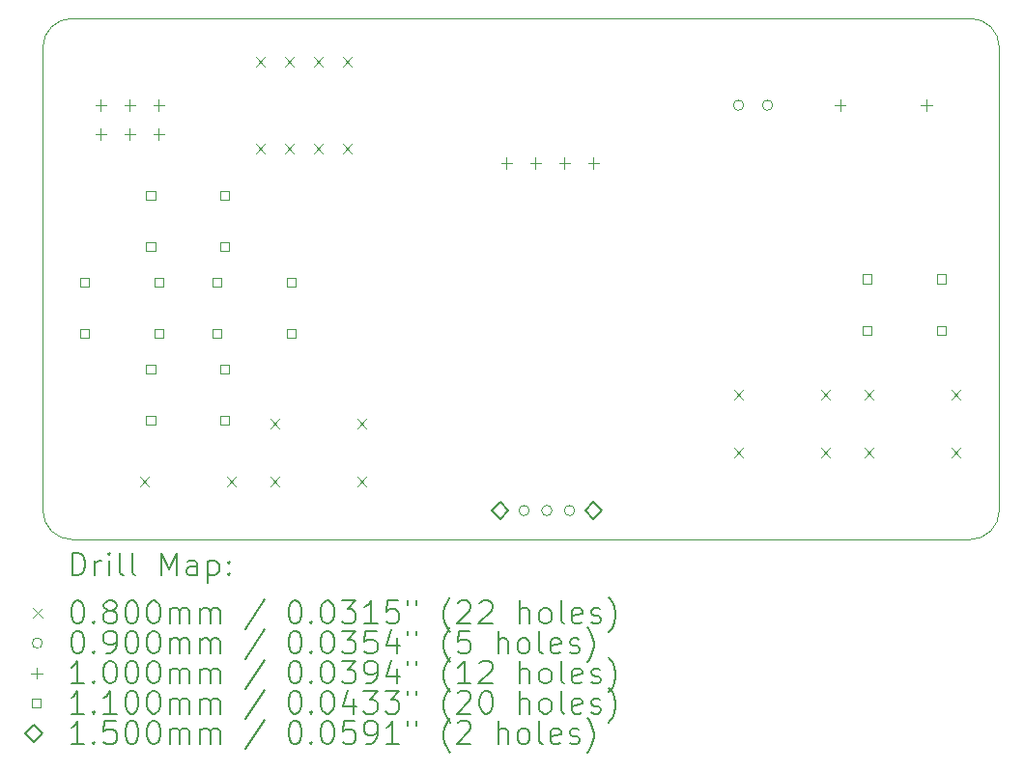
<source format=gbr>
%TF.GenerationSoftware,KiCad,Pcbnew,8.0.3*%
%TF.CreationDate,2024-06-30T11:34:02+09:00*%
%TF.ProjectId,gamepad_attiny85,67616d65-7061-4645-9f61-7474696e7938,rev?*%
%TF.SameCoordinates,Original*%
%TF.FileFunction,Drillmap*%
%TF.FilePolarity,Positive*%
%FSLAX45Y45*%
G04 Gerber Fmt 4.5, Leading zero omitted, Abs format (unit mm)*
G04 Created by KiCad (PCBNEW 8.0.3) date 2024-06-30 11:34:02*
%MOMM*%
%LPD*%
G01*
G04 APERTURE LIST*
%ADD10C,0.100000*%
%ADD11C,0.200000*%
%ADD12C,0.110000*%
%ADD13C,0.150000*%
G04 APERTURE END LIST*
D10*
X10668000Y-2032000D02*
X10668000Y-6096000D01*
X2540000Y-1778000D02*
X10414000Y-1778000D01*
X2286000Y-6096000D02*
X2286000Y-2032000D01*
X10414000Y-6350000D02*
X2540000Y-6350000D01*
X10668000Y-6096000D02*
G75*
G02*
X10414000Y-6350000I-254000J0D01*
G01*
X10414000Y-1778000D02*
G75*
G02*
X10668000Y-2032000I0J-254000D01*
G01*
X2286000Y-2032000D02*
G75*
G02*
X2540000Y-1778000I254000J0D01*
G01*
X2540000Y-6350000D02*
G75*
G02*
X2286000Y-6096000I0J254000D01*
G01*
D11*
D10*
X3135000Y-5802000D02*
X3215000Y-5882000D01*
X3215000Y-5802000D02*
X3135000Y-5882000D01*
X3897000Y-5802000D02*
X3977000Y-5882000D01*
X3977000Y-5802000D02*
X3897000Y-5882000D01*
X4152000Y-2118000D02*
X4232000Y-2198000D01*
X4232000Y-2118000D02*
X4152000Y-2198000D01*
X4152000Y-2880000D02*
X4232000Y-2960000D01*
X4232000Y-2880000D02*
X4152000Y-2960000D01*
X4278000Y-5294000D02*
X4358000Y-5374000D01*
X4358000Y-5294000D02*
X4278000Y-5374000D01*
X4278000Y-5802000D02*
X4358000Y-5882000D01*
X4358000Y-5802000D02*
X4278000Y-5882000D01*
X4406000Y-2118000D02*
X4486000Y-2198000D01*
X4486000Y-2118000D02*
X4406000Y-2198000D01*
X4406000Y-2880000D02*
X4486000Y-2960000D01*
X4486000Y-2880000D02*
X4406000Y-2960000D01*
X4660000Y-2118000D02*
X4740000Y-2198000D01*
X4740000Y-2118000D02*
X4660000Y-2198000D01*
X4660000Y-2880000D02*
X4740000Y-2960000D01*
X4740000Y-2880000D02*
X4660000Y-2960000D01*
X4914000Y-2118000D02*
X4994000Y-2198000D01*
X4994000Y-2118000D02*
X4914000Y-2198000D01*
X4914000Y-2880000D02*
X4994000Y-2960000D01*
X4994000Y-2880000D02*
X4914000Y-2960000D01*
X5040000Y-5294000D02*
X5120000Y-5374000D01*
X5120000Y-5294000D02*
X5040000Y-5374000D01*
X5040000Y-5802000D02*
X5120000Y-5882000D01*
X5120000Y-5802000D02*
X5040000Y-5882000D01*
X8342000Y-5040000D02*
X8422000Y-5120000D01*
X8422000Y-5040000D02*
X8342000Y-5120000D01*
X8342000Y-5548000D02*
X8422000Y-5628000D01*
X8422000Y-5548000D02*
X8342000Y-5628000D01*
X9104000Y-5040000D02*
X9184000Y-5120000D01*
X9184000Y-5040000D02*
X9104000Y-5120000D01*
X9104000Y-5548000D02*
X9184000Y-5628000D01*
X9184000Y-5548000D02*
X9104000Y-5628000D01*
X9485000Y-5040000D02*
X9565000Y-5120000D01*
X9565000Y-5040000D02*
X9485000Y-5120000D01*
X9485000Y-5548000D02*
X9565000Y-5628000D01*
X9565000Y-5548000D02*
X9485000Y-5628000D01*
X10247000Y-5040000D02*
X10327000Y-5120000D01*
X10327000Y-5040000D02*
X10247000Y-5120000D01*
X10247000Y-5548000D02*
X10327000Y-5628000D01*
X10327000Y-5548000D02*
X10247000Y-5628000D01*
X6547000Y-6096000D02*
G75*
G02*
X6457000Y-6096000I-45000J0D01*
G01*
X6457000Y-6096000D02*
G75*
G02*
X6547000Y-6096000I45000J0D01*
G01*
X6747000Y-6096000D02*
G75*
G02*
X6657000Y-6096000I-45000J0D01*
G01*
X6657000Y-6096000D02*
G75*
G02*
X6747000Y-6096000I45000J0D01*
G01*
X6947000Y-6096000D02*
G75*
G02*
X6857000Y-6096000I-45000J0D01*
G01*
X6857000Y-6096000D02*
G75*
G02*
X6947000Y-6096000I45000J0D01*
G01*
X8427000Y-2540000D02*
G75*
G02*
X8337000Y-2540000I-45000J0D01*
G01*
X8337000Y-2540000D02*
G75*
G02*
X8427000Y-2540000I45000J0D01*
G01*
X8681000Y-2540000D02*
G75*
G02*
X8591000Y-2540000I-45000J0D01*
G01*
X8591000Y-2540000D02*
G75*
G02*
X8681000Y-2540000I45000J0D01*
G01*
X2794000Y-2490000D02*
X2794000Y-2590000D01*
X2744000Y-2540000D02*
X2844000Y-2540000D01*
X2794000Y-2744000D02*
X2794000Y-2844000D01*
X2744000Y-2794000D02*
X2844000Y-2794000D01*
X3048000Y-2490000D02*
X3048000Y-2590000D01*
X2998000Y-2540000D02*
X3098000Y-2540000D01*
X3048000Y-2744000D02*
X3048000Y-2844000D01*
X2998000Y-2794000D02*
X3098000Y-2794000D01*
X3302000Y-2490000D02*
X3302000Y-2590000D01*
X3252000Y-2540000D02*
X3352000Y-2540000D01*
X3302000Y-2744000D02*
X3302000Y-2844000D01*
X3252000Y-2794000D02*
X3352000Y-2794000D01*
X6350000Y-2998000D02*
X6350000Y-3098000D01*
X6300000Y-3048000D02*
X6400000Y-3048000D01*
X6604000Y-2998000D02*
X6604000Y-3098000D01*
X6554000Y-3048000D02*
X6654000Y-3048000D01*
X6858000Y-2998000D02*
X6858000Y-3098000D01*
X6808000Y-3048000D02*
X6908000Y-3048000D01*
X7112000Y-2998000D02*
X7112000Y-3098000D01*
X7062000Y-3048000D02*
X7162000Y-3048000D01*
X9272000Y-2490000D02*
X9272000Y-2590000D01*
X9222000Y-2540000D02*
X9322000Y-2540000D01*
X10032000Y-2490000D02*
X10032000Y-2590000D01*
X9982000Y-2540000D02*
X10082000Y-2540000D01*
D12*
X2690891Y-4131891D02*
X2690891Y-4054109D01*
X2613109Y-4054109D01*
X2613109Y-4131891D01*
X2690891Y-4131891D01*
X2690891Y-4581891D02*
X2690891Y-4504109D01*
X2613109Y-4504109D01*
X2613109Y-4581891D01*
X2690891Y-4581891D01*
X3269891Y-3369891D02*
X3269891Y-3292109D01*
X3192109Y-3292109D01*
X3192109Y-3369891D01*
X3269891Y-3369891D01*
X3269891Y-3819891D02*
X3269891Y-3742109D01*
X3192109Y-3742109D01*
X3192109Y-3819891D01*
X3269891Y-3819891D01*
X3269891Y-4893891D02*
X3269891Y-4816109D01*
X3192109Y-4816109D01*
X3192109Y-4893891D01*
X3269891Y-4893891D01*
X3269891Y-5343891D02*
X3269891Y-5266109D01*
X3192109Y-5266109D01*
X3192109Y-5343891D01*
X3269891Y-5343891D01*
X3340891Y-4131891D02*
X3340891Y-4054109D01*
X3263109Y-4054109D01*
X3263109Y-4131891D01*
X3340891Y-4131891D01*
X3340891Y-4581891D02*
X3340891Y-4504109D01*
X3263109Y-4504109D01*
X3263109Y-4581891D01*
X3340891Y-4581891D01*
X3848891Y-4131891D02*
X3848891Y-4054109D01*
X3771109Y-4054109D01*
X3771109Y-4131891D01*
X3848891Y-4131891D01*
X3848891Y-4581891D02*
X3848891Y-4504109D01*
X3771109Y-4504109D01*
X3771109Y-4581891D01*
X3848891Y-4581891D01*
X3919891Y-3369891D02*
X3919891Y-3292109D01*
X3842109Y-3292109D01*
X3842109Y-3369891D01*
X3919891Y-3369891D01*
X3919891Y-3819891D02*
X3919891Y-3742109D01*
X3842109Y-3742109D01*
X3842109Y-3819891D01*
X3919891Y-3819891D01*
X3919891Y-4893891D02*
X3919891Y-4816109D01*
X3842109Y-4816109D01*
X3842109Y-4893891D01*
X3919891Y-4893891D01*
X3919891Y-5343891D02*
X3919891Y-5266109D01*
X3842109Y-5266109D01*
X3842109Y-5343891D01*
X3919891Y-5343891D01*
X4498891Y-4131891D02*
X4498891Y-4054109D01*
X4421109Y-4054109D01*
X4421109Y-4131891D01*
X4498891Y-4131891D01*
X4498891Y-4581891D02*
X4498891Y-4504109D01*
X4421109Y-4504109D01*
X4421109Y-4581891D01*
X4498891Y-4581891D01*
X9548891Y-4102891D02*
X9548891Y-4025109D01*
X9471109Y-4025109D01*
X9471109Y-4102891D01*
X9548891Y-4102891D01*
X9548891Y-4552891D02*
X9548891Y-4475109D01*
X9471109Y-4475109D01*
X9471109Y-4552891D01*
X9548891Y-4552891D01*
X10198891Y-4102891D02*
X10198891Y-4025109D01*
X10121109Y-4025109D01*
X10121109Y-4102891D01*
X10198891Y-4102891D01*
X10198891Y-4552891D02*
X10198891Y-4475109D01*
X10121109Y-4475109D01*
X10121109Y-4552891D01*
X10198891Y-4552891D01*
D13*
X6292000Y-6171000D02*
X6367000Y-6096000D01*
X6292000Y-6021000D01*
X6217000Y-6096000D01*
X6292000Y-6171000D01*
X7112000Y-6171000D02*
X7187000Y-6096000D01*
X7112000Y-6021000D01*
X7037000Y-6096000D01*
X7112000Y-6171000D01*
D11*
X2541777Y-6666484D02*
X2541777Y-6466484D01*
X2541777Y-6466484D02*
X2589396Y-6466484D01*
X2589396Y-6466484D02*
X2617967Y-6476008D01*
X2617967Y-6476008D02*
X2637015Y-6495055D01*
X2637015Y-6495055D02*
X2646539Y-6514103D01*
X2646539Y-6514103D02*
X2656063Y-6552198D01*
X2656063Y-6552198D02*
X2656063Y-6580769D01*
X2656063Y-6580769D02*
X2646539Y-6618865D01*
X2646539Y-6618865D02*
X2637015Y-6637912D01*
X2637015Y-6637912D02*
X2617967Y-6656960D01*
X2617967Y-6656960D02*
X2589396Y-6666484D01*
X2589396Y-6666484D02*
X2541777Y-6666484D01*
X2741777Y-6666484D02*
X2741777Y-6533150D01*
X2741777Y-6571246D02*
X2751301Y-6552198D01*
X2751301Y-6552198D02*
X2760824Y-6542674D01*
X2760824Y-6542674D02*
X2779872Y-6533150D01*
X2779872Y-6533150D02*
X2798920Y-6533150D01*
X2865586Y-6666484D02*
X2865586Y-6533150D01*
X2865586Y-6466484D02*
X2856062Y-6476008D01*
X2856062Y-6476008D02*
X2865586Y-6485531D01*
X2865586Y-6485531D02*
X2875110Y-6476008D01*
X2875110Y-6476008D02*
X2865586Y-6466484D01*
X2865586Y-6466484D02*
X2865586Y-6485531D01*
X2989396Y-6666484D02*
X2970348Y-6656960D01*
X2970348Y-6656960D02*
X2960824Y-6637912D01*
X2960824Y-6637912D02*
X2960824Y-6466484D01*
X3094158Y-6666484D02*
X3075110Y-6656960D01*
X3075110Y-6656960D02*
X3065586Y-6637912D01*
X3065586Y-6637912D02*
X3065586Y-6466484D01*
X3322729Y-6666484D02*
X3322729Y-6466484D01*
X3322729Y-6466484D02*
X3389396Y-6609341D01*
X3389396Y-6609341D02*
X3456062Y-6466484D01*
X3456062Y-6466484D02*
X3456062Y-6666484D01*
X3637015Y-6666484D02*
X3637015Y-6561722D01*
X3637015Y-6561722D02*
X3627491Y-6542674D01*
X3627491Y-6542674D02*
X3608443Y-6533150D01*
X3608443Y-6533150D02*
X3570348Y-6533150D01*
X3570348Y-6533150D02*
X3551301Y-6542674D01*
X3637015Y-6656960D02*
X3617967Y-6666484D01*
X3617967Y-6666484D02*
X3570348Y-6666484D01*
X3570348Y-6666484D02*
X3551301Y-6656960D01*
X3551301Y-6656960D02*
X3541777Y-6637912D01*
X3541777Y-6637912D02*
X3541777Y-6618865D01*
X3541777Y-6618865D02*
X3551301Y-6599817D01*
X3551301Y-6599817D02*
X3570348Y-6590293D01*
X3570348Y-6590293D02*
X3617967Y-6590293D01*
X3617967Y-6590293D02*
X3637015Y-6580769D01*
X3732253Y-6533150D02*
X3732253Y-6733150D01*
X3732253Y-6542674D02*
X3751301Y-6533150D01*
X3751301Y-6533150D02*
X3789396Y-6533150D01*
X3789396Y-6533150D02*
X3808443Y-6542674D01*
X3808443Y-6542674D02*
X3817967Y-6552198D01*
X3817967Y-6552198D02*
X3827491Y-6571246D01*
X3827491Y-6571246D02*
X3827491Y-6628388D01*
X3827491Y-6628388D02*
X3817967Y-6647436D01*
X3817967Y-6647436D02*
X3808443Y-6656960D01*
X3808443Y-6656960D02*
X3789396Y-6666484D01*
X3789396Y-6666484D02*
X3751301Y-6666484D01*
X3751301Y-6666484D02*
X3732253Y-6656960D01*
X3913205Y-6647436D02*
X3922729Y-6656960D01*
X3922729Y-6656960D02*
X3913205Y-6666484D01*
X3913205Y-6666484D02*
X3903682Y-6656960D01*
X3903682Y-6656960D02*
X3913205Y-6647436D01*
X3913205Y-6647436D02*
X3913205Y-6666484D01*
X3913205Y-6542674D02*
X3922729Y-6552198D01*
X3922729Y-6552198D02*
X3913205Y-6561722D01*
X3913205Y-6561722D02*
X3903682Y-6552198D01*
X3903682Y-6552198D02*
X3913205Y-6542674D01*
X3913205Y-6542674D02*
X3913205Y-6561722D01*
D10*
X2201000Y-6955000D02*
X2281000Y-7035000D01*
X2281000Y-6955000D02*
X2201000Y-7035000D01*
D11*
X2579872Y-6886484D02*
X2598920Y-6886484D01*
X2598920Y-6886484D02*
X2617967Y-6896008D01*
X2617967Y-6896008D02*
X2627491Y-6905531D01*
X2627491Y-6905531D02*
X2637015Y-6924579D01*
X2637015Y-6924579D02*
X2646539Y-6962674D01*
X2646539Y-6962674D02*
X2646539Y-7010293D01*
X2646539Y-7010293D02*
X2637015Y-7048388D01*
X2637015Y-7048388D02*
X2627491Y-7067436D01*
X2627491Y-7067436D02*
X2617967Y-7076960D01*
X2617967Y-7076960D02*
X2598920Y-7086484D01*
X2598920Y-7086484D02*
X2579872Y-7086484D01*
X2579872Y-7086484D02*
X2560824Y-7076960D01*
X2560824Y-7076960D02*
X2551301Y-7067436D01*
X2551301Y-7067436D02*
X2541777Y-7048388D01*
X2541777Y-7048388D02*
X2532253Y-7010293D01*
X2532253Y-7010293D02*
X2532253Y-6962674D01*
X2532253Y-6962674D02*
X2541777Y-6924579D01*
X2541777Y-6924579D02*
X2551301Y-6905531D01*
X2551301Y-6905531D02*
X2560824Y-6896008D01*
X2560824Y-6896008D02*
X2579872Y-6886484D01*
X2732253Y-7067436D02*
X2741777Y-7076960D01*
X2741777Y-7076960D02*
X2732253Y-7086484D01*
X2732253Y-7086484D02*
X2722729Y-7076960D01*
X2722729Y-7076960D02*
X2732253Y-7067436D01*
X2732253Y-7067436D02*
X2732253Y-7086484D01*
X2856062Y-6972198D02*
X2837015Y-6962674D01*
X2837015Y-6962674D02*
X2827491Y-6953150D01*
X2827491Y-6953150D02*
X2817967Y-6934103D01*
X2817967Y-6934103D02*
X2817967Y-6924579D01*
X2817967Y-6924579D02*
X2827491Y-6905531D01*
X2827491Y-6905531D02*
X2837015Y-6896008D01*
X2837015Y-6896008D02*
X2856062Y-6886484D01*
X2856062Y-6886484D02*
X2894158Y-6886484D01*
X2894158Y-6886484D02*
X2913205Y-6896008D01*
X2913205Y-6896008D02*
X2922729Y-6905531D01*
X2922729Y-6905531D02*
X2932253Y-6924579D01*
X2932253Y-6924579D02*
X2932253Y-6934103D01*
X2932253Y-6934103D02*
X2922729Y-6953150D01*
X2922729Y-6953150D02*
X2913205Y-6962674D01*
X2913205Y-6962674D02*
X2894158Y-6972198D01*
X2894158Y-6972198D02*
X2856062Y-6972198D01*
X2856062Y-6972198D02*
X2837015Y-6981722D01*
X2837015Y-6981722D02*
X2827491Y-6991246D01*
X2827491Y-6991246D02*
X2817967Y-7010293D01*
X2817967Y-7010293D02*
X2817967Y-7048388D01*
X2817967Y-7048388D02*
X2827491Y-7067436D01*
X2827491Y-7067436D02*
X2837015Y-7076960D01*
X2837015Y-7076960D02*
X2856062Y-7086484D01*
X2856062Y-7086484D02*
X2894158Y-7086484D01*
X2894158Y-7086484D02*
X2913205Y-7076960D01*
X2913205Y-7076960D02*
X2922729Y-7067436D01*
X2922729Y-7067436D02*
X2932253Y-7048388D01*
X2932253Y-7048388D02*
X2932253Y-7010293D01*
X2932253Y-7010293D02*
X2922729Y-6991246D01*
X2922729Y-6991246D02*
X2913205Y-6981722D01*
X2913205Y-6981722D02*
X2894158Y-6972198D01*
X3056062Y-6886484D02*
X3075110Y-6886484D01*
X3075110Y-6886484D02*
X3094158Y-6896008D01*
X3094158Y-6896008D02*
X3103682Y-6905531D01*
X3103682Y-6905531D02*
X3113205Y-6924579D01*
X3113205Y-6924579D02*
X3122729Y-6962674D01*
X3122729Y-6962674D02*
X3122729Y-7010293D01*
X3122729Y-7010293D02*
X3113205Y-7048388D01*
X3113205Y-7048388D02*
X3103682Y-7067436D01*
X3103682Y-7067436D02*
X3094158Y-7076960D01*
X3094158Y-7076960D02*
X3075110Y-7086484D01*
X3075110Y-7086484D02*
X3056062Y-7086484D01*
X3056062Y-7086484D02*
X3037015Y-7076960D01*
X3037015Y-7076960D02*
X3027491Y-7067436D01*
X3027491Y-7067436D02*
X3017967Y-7048388D01*
X3017967Y-7048388D02*
X3008443Y-7010293D01*
X3008443Y-7010293D02*
X3008443Y-6962674D01*
X3008443Y-6962674D02*
X3017967Y-6924579D01*
X3017967Y-6924579D02*
X3027491Y-6905531D01*
X3027491Y-6905531D02*
X3037015Y-6896008D01*
X3037015Y-6896008D02*
X3056062Y-6886484D01*
X3246539Y-6886484D02*
X3265586Y-6886484D01*
X3265586Y-6886484D02*
X3284634Y-6896008D01*
X3284634Y-6896008D02*
X3294158Y-6905531D01*
X3294158Y-6905531D02*
X3303682Y-6924579D01*
X3303682Y-6924579D02*
X3313205Y-6962674D01*
X3313205Y-6962674D02*
X3313205Y-7010293D01*
X3313205Y-7010293D02*
X3303682Y-7048388D01*
X3303682Y-7048388D02*
X3294158Y-7067436D01*
X3294158Y-7067436D02*
X3284634Y-7076960D01*
X3284634Y-7076960D02*
X3265586Y-7086484D01*
X3265586Y-7086484D02*
X3246539Y-7086484D01*
X3246539Y-7086484D02*
X3227491Y-7076960D01*
X3227491Y-7076960D02*
X3217967Y-7067436D01*
X3217967Y-7067436D02*
X3208443Y-7048388D01*
X3208443Y-7048388D02*
X3198920Y-7010293D01*
X3198920Y-7010293D02*
X3198920Y-6962674D01*
X3198920Y-6962674D02*
X3208443Y-6924579D01*
X3208443Y-6924579D02*
X3217967Y-6905531D01*
X3217967Y-6905531D02*
X3227491Y-6896008D01*
X3227491Y-6896008D02*
X3246539Y-6886484D01*
X3398920Y-7086484D02*
X3398920Y-6953150D01*
X3398920Y-6972198D02*
X3408443Y-6962674D01*
X3408443Y-6962674D02*
X3427491Y-6953150D01*
X3427491Y-6953150D02*
X3456063Y-6953150D01*
X3456063Y-6953150D02*
X3475110Y-6962674D01*
X3475110Y-6962674D02*
X3484634Y-6981722D01*
X3484634Y-6981722D02*
X3484634Y-7086484D01*
X3484634Y-6981722D02*
X3494158Y-6962674D01*
X3494158Y-6962674D02*
X3513205Y-6953150D01*
X3513205Y-6953150D02*
X3541777Y-6953150D01*
X3541777Y-6953150D02*
X3560824Y-6962674D01*
X3560824Y-6962674D02*
X3570348Y-6981722D01*
X3570348Y-6981722D02*
X3570348Y-7086484D01*
X3665586Y-7086484D02*
X3665586Y-6953150D01*
X3665586Y-6972198D02*
X3675110Y-6962674D01*
X3675110Y-6962674D02*
X3694158Y-6953150D01*
X3694158Y-6953150D02*
X3722729Y-6953150D01*
X3722729Y-6953150D02*
X3741777Y-6962674D01*
X3741777Y-6962674D02*
X3751301Y-6981722D01*
X3751301Y-6981722D02*
X3751301Y-7086484D01*
X3751301Y-6981722D02*
X3760824Y-6962674D01*
X3760824Y-6962674D02*
X3779872Y-6953150D01*
X3779872Y-6953150D02*
X3808443Y-6953150D01*
X3808443Y-6953150D02*
X3827491Y-6962674D01*
X3827491Y-6962674D02*
X3837015Y-6981722D01*
X3837015Y-6981722D02*
X3837015Y-7086484D01*
X4227491Y-6876960D02*
X4056063Y-7134103D01*
X4484634Y-6886484D02*
X4503682Y-6886484D01*
X4503682Y-6886484D02*
X4522729Y-6896008D01*
X4522729Y-6896008D02*
X4532253Y-6905531D01*
X4532253Y-6905531D02*
X4541777Y-6924579D01*
X4541777Y-6924579D02*
X4551301Y-6962674D01*
X4551301Y-6962674D02*
X4551301Y-7010293D01*
X4551301Y-7010293D02*
X4541777Y-7048388D01*
X4541777Y-7048388D02*
X4532253Y-7067436D01*
X4532253Y-7067436D02*
X4522729Y-7076960D01*
X4522729Y-7076960D02*
X4503682Y-7086484D01*
X4503682Y-7086484D02*
X4484634Y-7086484D01*
X4484634Y-7086484D02*
X4465587Y-7076960D01*
X4465587Y-7076960D02*
X4456063Y-7067436D01*
X4456063Y-7067436D02*
X4446539Y-7048388D01*
X4446539Y-7048388D02*
X4437015Y-7010293D01*
X4437015Y-7010293D02*
X4437015Y-6962674D01*
X4437015Y-6962674D02*
X4446539Y-6924579D01*
X4446539Y-6924579D02*
X4456063Y-6905531D01*
X4456063Y-6905531D02*
X4465587Y-6896008D01*
X4465587Y-6896008D02*
X4484634Y-6886484D01*
X4637015Y-7067436D02*
X4646539Y-7076960D01*
X4646539Y-7076960D02*
X4637015Y-7086484D01*
X4637015Y-7086484D02*
X4627491Y-7076960D01*
X4627491Y-7076960D02*
X4637015Y-7067436D01*
X4637015Y-7067436D02*
X4637015Y-7086484D01*
X4770348Y-6886484D02*
X4789396Y-6886484D01*
X4789396Y-6886484D02*
X4808444Y-6896008D01*
X4808444Y-6896008D02*
X4817968Y-6905531D01*
X4817968Y-6905531D02*
X4827491Y-6924579D01*
X4827491Y-6924579D02*
X4837015Y-6962674D01*
X4837015Y-6962674D02*
X4837015Y-7010293D01*
X4837015Y-7010293D02*
X4827491Y-7048388D01*
X4827491Y-7048388D02*
X4817968Y-7067436D01*
X4817968Y-7067436D02*
X4808444Y-7076960D01*
X4808444Y-7076960D02*
X4789396Y-7086484D01*
X4789396Y-7086484D02*
X4770348Y-7086484D01*
X4770348Y-7086484D02*
X4751301Y-7076960D01*
X4751301Y-7076960D02*
X4741777Y-7067436D01*
X4741777Y-7067436D02*
X4732253Y-7048388D01*
X4732253Y-7048388D02*
X4722729Y-7010293D01*
X4722729Y-7010293D02*
X4722729Y-6962674D01*
X4722729Y-6962674D02*
X4732253Y-6924579D01*
X4732253Y-6924579D02*
X4741777Y-6905531D01*
X4741777Y-6905531D02*
X4751301Y-6896008D01*
X4751301Y-6896008D02*
X4770348Y-6886484D01*
X4903682Y-6886484D02*
X5027491Y-6886484D01*
X5027491Y-6886484D02*
X4960825Y-6962674D01*
X4960825Y-6962674D02*
X4989396Y-6962674D01*
X4989396Y-6962674D02*
X5008444Y-6972198D01*
X5008444Y-6972198D02*
X5017968Y-6981722D01*
X5017968Y-6981722D02*
X5027491Y-7000769D01*
X5027491Y-7000769D02*
X5027491Y-7048388D01*
X5027491Y-7048388D02*
X5017968Y-7067436D01*
X5017968Y-7067436D02*
X5008444Y-7076960D01*
X5008444Y-7076960D02*
X4989396Y-7086484D01*
X4989396Y-7086484D02*
X4932253Y-7086484D01*
X4932253Y-7086484D02*
X4913206Y-7076960D01*
X4913206Y-7076960D02*
X4903682Y-7067436D01*
X5217968Y-7086484D02*
X5103682Y-7086484D01*
X5160825Y-7086484D02*
X5160825Y-6886484D01*
X5160825Y-6886484D02*
X5141777Y-6915055D01*
X5141777Y-6915055D02*
X5122729Y-6934103D01*
X5122729Y-6934103D02*
X5103682Y-6943627D01*
X5398920Y-6886484D02*
X5303682Y-6886484D01*
X5303682Y-6886484D02*
X5294158Y-6981722D01*
X5294158Y-6981722D02*
X5303682Y-6972198D01*
X5303682Y-6972198D02*
X5322729Y-6962674D01*
X5322729Y-6962674D02*
X5370349Y-6962674D01*
X5370349Y-6962674D02*
X5389396Y-6972198D01*
X5389396Y-6972198D02*
X5398920Y-6981722D01*
X5398920Y-6981722D02*
X5408444Y-7000769D01*
X5408444Y-7000769D02*
X5408444Y-7048388D01*
X5408444Y-7048388D02*
X5398920Y-7067436D01*
X5398920Y-7067436D02*
X5389396Y-7076960D01*
X5389396Y-7076960D02*
X5370349Y-7086484D01*
X5370349Y-7086484D02*
X5322729Y-7086484D01*
X5322729Y-7086484D02*
X5303682Y-7076960D01*
X5303682Y-7076960D02*
X5294158Y-7067436D01*
X5484634Y-6886484D02*
X5484634Y-6924579D01*
X5560825Y-6886484D02*
X5560825Y-6924579D01*
X5856063Y-7162674D02*
X5846539Y-7153150D01*
X5846539Y-7153150D02*
X5827491Y-7124579D01*
X5827491Y-7124579D02*
X5817968Y-7105531D01*
X5817968Y-7105531D02*
X5808444Y-7076960D01*
X5808444Y-7076960D02*
X5798920Y-7029341D01*
X5798920Y-7029341D02*
X5798920Y-6991246D01*
X5798920Y-6991246D02*
X5808444Y-6943627D01*
X5808444Y-6943627D02*
X5817968Y-6915055D01*
X5817968Y-6915055D02*
X5827491Y-6896008D01*
X5827491Y-6896008D02*
X5846539Y-6867436D01*
X5846539Y-6867436D02*
X5856063Y-6857912D01*
X5922729Y-6905531D02*
X5932253Y-6896008D01*
X5932253Y-6896008D02*
X5951301Y-6886484D01*
X5951301Y-6886484D02*
X5998920Y-6886484D01*
X5998920Y-6886484D02*
X6017968Y-6896008D01*
X6017968Y-6896008D02*
X6027491Y-6905531D01*
X6027491Y-6905531D02*
X6037015Y-6924579D01*
X6037015Y-6924579D02*
X6037015Y-6943627D01*
X6037015Y-6943627D02*
X6027491Y-6972198D01*
X6027491Y-6972198D02*
X5913206Y-7086484D01*
X5913206Y-7086484D02*
X6037015Y-7086484D01*
X6113206Y-6905531D02*
X6122729Y-6896008D01*
X6122729Y-6896008D02*
X6141777Y-6886484D01*
X6141777Y-6886484D02*
X6189396Y-6886484D01*
X6189396Y-6886484D02*
X6208444Y-6896008D01*
X6208444Y-6896008D02*
X6217968Y-6905531D01*
X6217968Y-6905531D02*
X6227491Y-6924579D01*
X6227491Y-6924579D02*
X6227491Y-6943627D01*
X6227491Y-6943627D02*
X6217968Y-6972198D01*
X6217968Y-6972198D02*
X6103682Y-7086484D01*
X6103682Y-7086484D02*
X6227491Y-7086484D01*
X6465587Y-7086484D02*
X6465587Y-6886484D01*
X6551301Y-7086484D02*
X6551301Y-6981722D01*
X6551301Y-6981722D02*
X6541777Y-6962674D01*
X6541777Y-6962674D02*
X6522730Y-6953150D01*
X6522730Y-6953150D02*
X6494158Y-6953150D01*
X6494158Y-6953150D02*
X6475110Y-6962674D01*
X6475110Y-6962674D02*
X6465587Y-6972198D01*
X6675110Y-7086484D02*
X6656063Y-7076960D01*
X6656063Y-7076960D02*
X6646539Y-7067436D01*
X6646539Y-7067436D02*
X6637015Y-7048388D01*
X6637015Y-7048388D02*
X6637015Y-6991246D01*
X6637015Y-6991246D02*
X6646539Y-6972198D01*
X6646539Y-6972198D02*
X6656063Y-6962674D01*
X6656063Y-6962674D02*
X6675110Y-6953150D01*
X6675110Y-6953150D02*
X6703682Y-6953150D01*
X6703682Y-6953150D02*
X6722730Y-6962674D01*
X6722730Y-6962674D02*
X6732253Y-6972198D01*
X6732253Y-6972198D02*
X6741777Y-6991246D01*
X6741777Y-6991246D02*
X6741777Y-7048388D01*
X6741777Y-7048388D02*
X6732253Y-7067436D01*
X6732253Y-7067436D02*
X6722730Y-7076960D01*
X6722730Y-7076960D02*
X6703682Y-7086484D01*
X6703682Y-7086484D02*
X6675110Y-7086484D01*
X6856063Y-7086484D02*
X6837015Y-7076960D01*
X6837015Y-7076960D02*
X6827491Y-7057912D01*
X6827491Y-7057912D02*
X6827491Y-6886484D01*
X7008444Y-7076960D02*
X6989396Y-7086484D01*
X6989396Y-7086484D02*
X6951301Y-7086484D01*
X6951301Y-7086484D02*
X6932253Y-7076960D01*
X6932253Y-7076960D02*
X6922730Y-7057912D01*
X6922730Y-7057912D02*
X6922730Y-6981722D01*
X6922730Y-6981722D02*
X6932253Y-6962674D01*
X6932253Y-6962674D02*
X6951301Y-6953150D01*
X6951301Y-6953150D02*
X6989396Y-6953150D01*
X6989396Y-6953150D02*
X7008444Y-6962674D01*
X7008444Y-6962674D02*
X7017968Y-6981722D01*
X7017968Y-6981722D02*
X7017968Y-7000769D01*
X7017968Y-7000769D02*
X6922730Y-7019817D01*
X7094158Y-7076960D02*
X7113206Y-7086484D01*
X7113206Y-7086484D02*
X7151301Y-7086484D01*
X7151301Y-7086484D02*
X7170349Y-7076960D01*
X7170349Y-7076960D02*
X7179872Y-7057912D01*
X7179872Y-7057912D02*
X7179872Y-7048388D01*
X7179872Y-7048388D02*
X7170349Y-7029341D01*
X7170349Y-7029341D02*
X7151301Y-7019817D01*
X7151301Y-7019817D02*
X7122730Y-7019817D01*
X7122730Y-7019817D02*
X7103682Y-7010293D01*
X7103682Y-7010293D02*
X7094158Y-6991246D01*
X7094158Y-6991246D02*
X7094158Y-6981722D01*
X7094158Y-6981722D02*
X7103682Y-6962674D01*
X7103682Y-6962674D02*
X7122730Y-6953150D01*
X7122730Y-6953150D02*
X7151301Y-6953150D01*
X7151301Y-6953150D02*
X7170349Y-6962674D01*
X7246539Y-7162674D02*
X7256063Y-7153150D01*
X7256063Y-7153150D02*
X7275111Y-7124579D01*
X7275111Y-7124579D02*
X7284634Y-7105531D01*
X7284634Y-7105531D02*
X7294158Y-7076960D01*
X7294158Y-7076960D02*
X7303682Y-7029341D01*
X7303682Y-7029341D02*
X7303682Y-6991246D01*
X7303682Y-6991246D02*
X7294158Y-6943627D01*
X7294158Y-6943627D02*
X7284634Y-6915055D01*
X7284634Y-6915055D02*
X7275111Y-6896008D01*
X7275111Y-6896008D02*
X7256063Y-6867436D01*
X7256063Y-6867436D02*
X7246539Y-6857912D01*
D10*
X2281000Y-7259000D02*
G75*
G02*
X2191000Y-7259000I-45000J0D01*
G01*
X2191000Y-7259000D02*
G75*
G02*
X2281000Y-7259000I45000J0D01*
G01*
D11*
X2579872Y-7150484D02*
X2598920Y-7150484D01*
X2598920Y-7150484D02*
X2617967Y-7160008D01*
X2617967Y-7160008D02*
X2627491Y-7169531D01*
X2627491Y-7169531D02*
X2637015Y-7188579D01*
X2637015Y-7188579D02*
X2646539Y-7226674D01*
X2646539Y-7226674D02*
X2646539Y-7274293D01*
X2646539Y-7274293D02*
X2637015Y-7312388D01*
X2637015Y-7312388D02*
X2627491Y-7331436D01*
X2627491Y-7331436D02*
X2617967Y-7340960D01*
X2617967Y-7340960D02*
X2598920Y-7350484D01*
X2598920Y-7350484D02*
X2579872Y-7350484D01*
X2579872Y-7350484D02*
X2560824Y-7340960D01*
X2560824Y-7340960D02*
X2551301Y-7331436D01*
X2551301Y-7331436D02*
X2541777Y-7312388D01*
X2541777Y-7312388D02*
X2532253Y-7274293D01*
X2532253Y-7274293D02*
X2532253Y-7226674D01*
X2532253Y-7226674D02*
X2541777Y-7188579D01*
X2541777Y-7188579D02*
X2551301Y-7169531D01*
X2551301Y-7169531D02*
X2560824Y-7160008D01*
X2560824Y-7160008D02*
X2579872Y-7150484D01*
X2732253Y-7331436D02*
X2741777Y-7340960D01*
X2741777Y-7340960D02*
X2732253Y-7350484D01*
X2732253Y-7350484D02*
X2722729Y-7340960D01*
X2722729Y-7340960D02*
X2732253Y-7331436D01*
X2732253Y-7331436D02*
X2732253Y-7350484D01*
X2837015Y-7350484D02*
X2875110Y-7350484D01*
X2875110Y-7350484D02*
X2894158Y-7340960D01*
X2894158Y-7340960D02*
X2903682Y-7331436D01*
X2903682Y-7331436D02*
X2922729Y-7302865D01*
X2922729Y-7302865D02*
X2932253Y-7264769D01*
X2932253Y-7264769D02*
X2932253Y-7188579D01*
X2932253Y-7188579D02*
X2922729Y-7169531D01*
X2922729Y-7169531D02*
X2913205Y-7160008D01*
X2913205Y-7160008D02*
X2894158Y-7150484D01*
X2894158Y-7150484D02*
X2856062Y-7150484D01*
X2856062Y-7150484D02*
X2837015Y-7160008D01*
X2837015Y-7160008D02*
X2827491Y-7169531D01*
X2827491Y-7169531D02*
X2817967Y-7188579D01*
X2817967Y-7188579D02*
X2817967Y-7236198D01*
X2817967Y-7236198D02*
X2827491Y-7255246D01*
X2827491Y-7255246D02*
X2837015Y-7264769D01*
X2837015Y-7264769D02*
X2856062Y-7274293D01*
X2856062Y-7274293D02*
X2894158Y-7274293D01*
X2894158Y-7274293D02*
X2913205Y-7264769D01*
X2913205Y-7264769D02*
X2922729Y-7255246D01*
X2922729Y-7255246D02*
X2932253Y-7236198D01*
X3056062Y-7150484D02*
X3075110Y-7150484D01*
X3075110Y-7150484D02*
X3094158Y-7160008D01*
X3094158Y-7160008D02*
X3103682Y-7169531D01*
X3103682Y-7169531D02*
X3113205Y-7188579D01*
X3113205Y-7188579D02*
X3122729Y-7226674D01*
X3122729Y-7226674D02*
X3122729Y-7274293D01*
X3122729Y-7274293D02*
X3113205Y-7312388D01*
X3113205Y-7312388D02*
X3103682Y-7331436D01*
X3103682Y-7331436D02*
X3094158Y-7340960D01*
X3094158Y-7340960D02*
X3075110Y-7350484D01*
X3075110Y-7350484D02*
X3056062Y-7350484D01*
X3056062Y-7350484D02*
X3037015Y-7340960D01*
X3037015Y-7340960D02*
X3027491Y-7331436D01*
X3027491Y-7331436D02*
X3017967Y-7312388D01*
X3017967Y-7312388D02*
X3008443Y-7274293D01*
X3008443Y-7274293D02*
X3008443Y-7226674D01*
X3008443Y-7226674D02*
X3017967Y-7188579D01*
X3017967Y-7188579D02*
X3027491Y-7169531D01*
X3027491Y-7169531D02*
X3037015Y-7160008D01*
X3037015Y-7160008D02*
X3056062Y-7150484D01*
X3246539Y-7150484D02*
X3265586Y-7150484D01*
X3265586Y-7150484D02*
X3284634Y-7160008D01*
X3284634Y-7160008D02*
X3294158Y-7169531D01*
X3294158Y-7169531D02*
X3303682Y-7188579D01*
X3303682Y-7188579D02*
X3313205Y-7226674D01*
X3313205Y-7226674D02*
X3313205Y-7274293D01*
X3313205Y-7274293D02*
X3303682Y-7312388D01*
X3303682Y-7312388D02*
X3294158Y-7331436D01*
X3294158Y-7331436D02*
X3284634Y-7340960D01*
X3284634Y-7340960D02*
X3265586Y-7350484D01*
X3265586Y-7350484D02*
X3246539Y-7350484D01*
X3246539Y-7350484D02*
X3227491Y-7340960D01*
X3227491Y-7340960D02*
X3217967Y-7331436D01*
X3217967Y-7331436D02*
X3208443Y-7312388D01*
X3208443Y-7312388D02*
X3198920Y-7274293D01*
X3198920Y-7274293D02*
X3198920Y-7226674D01*
X3198920Y-7226674D02*
X3208443Y-7188579D01*
X3208443Y-7188579D02*
X3217967Y-7169531D01*
X3217967Y-7169531D02*
X3227491Y-7160008D01*
X3227491Y-7160008D02*
X3246539Y-7150484D01*
X3398920Y-7350484D02*
X3398920Y-7217150D01*
X3398920Y-7236198D02*
X3408443Y-7226674D01*
X3408443Y-7226674D02*
X3427491Y-7217150D01*
X3427491Y-7217150D02*
X3456063Y-7217150D01*
X3456063Y-7217150D02*
X3475110Y-7226674D01*
X3475110Y-7226674D02*
X3484634Y-7245722D01*
X3484634Y-7245722D02*
X3484634Y-7350484D01*
X3484634Y-7245722D02*
X3494158Y-7226674D01*
X3494158Y-7226674D02*
X3513205Y-7217150D01*
X3513205Y-7217150D02*
X3541777Y-7217150D01*
X3541777Y-7217150D02*
X3560824Y-7226674D01*
X3560824Y-7226674D02*
X3570348Y-7245722D01*
X3570348Y-7245722D02*
X3570348Y-7350484D01*
X3665586Y-7350484D02*
X3665586Y-7217150D01*
X3665586Y-7236198D02*
X3675110Y-7226674D01*
X3675110Y-7226674D02*
X3694158Y-7217150D01*
X3694158Y-7217150D02*
X3722729Y-7217150D01*
X3722729Y-7217150D02*
X3741777Y-7226674D01*
X3741777Y-7226674D02*
X3751301Y-7245722D01*
X3751301Y-7245722D02*
X3751301Y-7350484D01*
X3751301Y-7245722D02*
X3760824Y-7226674D01*
X3760824Y-7226674D02*
X3779872Y-7217150D01*
X3779872Y-7217150D02*
X3808443Y-7217150D01*
X3808443Y-7217150D02*
X3827491Y-7226674D01*
X3827491Y-7226674D02*
X3837015Y-7245722D01*
X3837015Y-7245722D02*
X3837015Y-7350484D01*
X4227491Y-7140960D02*
X4056063Y-7398103D01*
X4484634Y-7150484D02*
X4503682Y-7150484D01*
X4503682Y-7150484D02*
X4522729Y-7160008D01*
X4522729Y-7160008D02*
X4532253Y-7169531D01*
X4532253Y-7169531D02*
X4541777Y-7188579D01*
X4541777Y-7188579D02*
X4551301Y-7226674D01*
X4551301Y-7226674D02*
X4551301Y-7274293D01*
X4551301Y-7274293D02*
X4541777Y-7312388D01*
X4541777Y-7312388D02*
X4532253Y-7331436D01*
X4532253Y-7331436D02*
X4522729Y-7340960D01*
X4522729Y-7340960D02*
X4503682Y-7350484D01*
X4503682Y-7350484D02*
X4484634Y-7350484D01*
X4484634Y-7350484D02*
X4465587Y-7340960D01*
X4465587Y-7340960D02*
X4456063Y-7331436D01*
X4456063Y-7331436D02*
X4446539Y-7312388D01*
X4446539Y-7312388D02*
X4437015Y-7274293D01*
X4437015Y-7274293D02*
X4437015Y-7226674D01*
X4437015Y-7226674D02*
X4446539Y-7188579D01*
X4446539Y-7188579D02*
X4456063Y-7169531D01*
X4456063Y-7169531D02*
X4465587Y-7160008D01*
X4465587Y-7160008D02*
X4484634Y-7150484D01*
X4637015Y-7331436D02*
X4646539Y-7340960D01*
X4646539Y-7340960D02*
X4637015Y-7350484D01*
X4637015Y-7350484D02*
X4627491Y-7340960D01*
X4627491Y-7340960D02*
X4637015Y-7331436D01*
X4637015Y-7331436D02*
X4637015Y-7350484D01*
X4770348Y-7150484D02*
X4789396Y-7150484D01*
X4789396Y-7150484D02*
X4808444Y-7160008D01*
X4808444Y-7160008D02*
X4817968Y-7169531D01*
X4817968Y-7169531D02*
X4827491Y-7188579D01*
X4827491Y-7188579D02*
X4837015Y-7226674D01*
X4837015Y-7226674D02*
X4837015Y-7274293D01*
X4837015Y-7274293D02*
X4827491Y-7312388D01*
X4827491Y-7312388D02*
X4817968Y-7331436D01*
X4817968Y-7331436D02*
X4808444Y-7340960D01*
X4808444Y-7340960D02*
X4789396Y-7350484D01*
X4789396Y-7350484D02*
X4770348Y-7350484D01*
X4770348Y-7350484D02*
X4751301Y-7340960D01*
X4751301Y-7340960D02*
X4741777Y-7331436D01*
X4741777Y-7331436D02*
X4732253Y-7312388D01*
X4732253Y-7312388D02*
X4722729Y-7274293D01*
X4722729Y-7274293D02*
X4722729Y-7226674D01*
X4722729Y-7226674D02*
X4732253Y-7188579D01*
X4732253Y-7188579D02*
X4741777Y-7169531D01*
X4741777Y-7169531D02*
X4751301Y-7160008D01*
X4751301Y-7160008D02*
X4770348Y-7150484D01*
X4903682Y-7150484D02*
X5027491Y-7150484D01*
X5027491Y-7150484D02*
X4960825Y-7226674D01*
X4960825Y-7226674D02*
X4989396Y-7226674D01*
X4989396Y-7226674D02*
X5008444Y-7236198D01*
X5008444Y-7236198D02*
X5017968Y-7245722D01*
X5017968Y-7245722D02*
X5027491Y-7264769D01*
X5027491Y-7264769D02*
X5027491Y-7312388D01*
X5027491Y-7312388D02*
X5017968Y-7331436D01*
X5017968Y-7331436D02*
X5008444Y-7340960D01*
X5008444Y-7340960D02*
X4989396Y-7350484D01*
X4989396Y-7350484D02*
X4932253Y-7350484D01*
X4932253Y-7350484D02*
X4913206Y-7340960D01*
X4913206Y-7340960D02*
X4903682Y-7331436D01*
X5208444Y-7150484D02*
X5113206Y-7150484D01*
X5113206Y-7150484D02*
X5103682Y-7245722D01*
X5103682Y-7245722D02*
X5113206Y-7236198D01*
X5113206Y-7236198D02*
X5132253Y-7226674D01*
X5132253Y-7226674D02*
X5179872Y-7226674D01*
X5179872Y-7226674D02*
X5198920Y-7236198D01*
X5198920Y-7236198D02*
X5208444Y-7245722D01*
X5208444Y-7245722D02*
X5217968Y-7264769D01*
X5217968Y-7264769D02*
X5217968Y-7312388D01*
X5217968Y-7312388D02*
X5208444Y-7331436D01*
X5208444Y-7331436D02*
X5198920Y-7340960D01*
X5198920Y-7340960D02*
X5179872Y-7350484D01*
X5179872Y-7350484D02*
X5132253Y-7350484D01*
X5132253Y-7350484D02*
X5113206Y-7340960D01*
X5113206Y-7340960D02*
X5103682Y-7331436D01*
X5389396Y-7217150D02*
X5389396Y-7350484D01*
X5341777Y-7140960D02*
X5294158Y-7283817D01*
X5294158Y-7283817D02*
X5417968Y-7283817D01*
X5484634Y-7150484D02*
X5484634Y-7188579D01*
X5560825Y-7150484D02*
X5560825Y-7188579D01*
X5856063Y-7426674D02*
X5846539Y-7417150D01*
X5846539Y-7417150D02*
X5827491Y-7388579D01*
X5827491Y-7388579D02*
X5817968Y-7369531D01*
X5817968Y-7369531D02*
X5808444Y-7340960D01*
X5808444Y-7340960D02*
X5798920Y-7293341D01*
X5798920Y-7293341D02*
X5798920Y-7255246D01*
X5798920Y-7255246D02*
X5808444Y-7207627D01*
X5808444Y-7207627D02*
X5817968Y-7179055D01*
X5817968Y-7179055D02*
X5827491Y-7160008D01*
X5827491Y-7160008D02*
X5846539Y-7131436D01*
X5846539Y-7131436D02*
X5856063Y-7121912D01*
X6027491Y-7150484D02*
X5932253Y-7150484D01*
X5932253Y-7150484D02*
X5922729Y-7245722D01*
X5922729Y-7245722D02*
X5932253Y-7236198D01*
X5932253Y-7236198D02*
X5951301Y-7226674D01*
X5951301Y-7226674D02*
X5998920Y-7226674D01*
X5998920Y-7226674D02*
X6017968Y-7236198D01*
X6017968Y-7236198D02*
X6027491Y-7245722D01*
X6027491Y-7245722D02*
X6037015Y-7264769D01*
X6037015Y-7264769D02*
X6037015Y-7312388D01*
X6037015Y-7312388D02*
X6027491Y-7331436D01*
X6027491Y-7331436D02*
X6017968Y-7340960D01*
X6017968Y-7340960D02*
X5998920Y-7350484D01*
X5998920Y-7350484D02*
X5951301Y-7350484D01*
X5951301Y-7350484D02*
X5932253Y-7340960D01*
X5932253Y-7340960D02*
X5922729Y-7331436D01*
X6275110Y-7350484D02*
X6275110Y-7150484D01*
X6360825Y-7350484D02*
X6360825Y-7245722D01*
X6360825Y-7245722D02*
X6351301Y-7226674D01*
X6351301Y-7226674D02*
X6332253Y-7217150D01*
X6332253Y-7217150D02*
X6303682Y-7217150D01*
X6303682Y-7217150D02*
X6284634Y-7226674D01*
X6284634Y-7226674D02*
X6275110Y-7236198D01*
X6484634Y-7350484D02*
X6465587Y-7340960D01*
X6465587Y-7340960D02*
X6456063Y-7331436D01*
X6456063Y-7331436D02*
X6446539Y-7312388D01*
X6446539Y-7312388D02*
X6446539Y-7255246D01*
X6446539Y-7255246D02*
X6456063Y-7236198D01*
X6456063Y-7236198D02*
X6465587Y-7226674D01*
X6465587Y-7226674D02*
X6484634Y-7217150D01*
X6484634Y-7217150D02*
X6513206Y-7217150D01*
X6513206Y-7217150D02*
X6532253Y-7226674D01*
X6532253Y-7226674D02*
X6541777Y-7236198D01*
X6541777Y-7236198D02*
X6551301Y-7255246D01*
X6551301Y-7255246D02*
X6551301Y-7312388D01*
X6551301Y-7312388D02*
X6541777Y-7331436D01*
X6541777Y-7331436D02*
X6532253Y-7340960D01*
X6532253Y-7340960D02*
X6513206Y-7350484D01*
X6513206Y-7350484D02*
X6484634Y-7350484D01*
X6665587Y-7350484D02*
X6646539Y-7340960D01*
X6646539Y-7340960D02*
X6637015Y-7321912D01*
X6637015Y-7321912D02*
X6637015Y-7150484D01*
X6817968Y-7340960D02*
X6798920Y-7350484D01*
X6798920Y-7350484D02*
X6760825Y-7350484D01*
X6760825Y-7350484D02*
X6741777Y-7340960D01*
X6741777Y-7340960D02*
X6732253Y-7321912D01*
X6732253Y-7321912D02*
X6732253Y-7245722D01*
X6732253Y-7245722D02*
X6741777Y-7226674D01*
X6741777Y-7226674D02*
X6760825Y-7217150D01*
X6760825Y-7217150D02*
X6798920Y-7217150D01*
X6798920Y-7217150D02*
X6817968Y-7226674D01*
X6817968Y-7226674D02*
X6827491Y-7245722D01*
X6827491Y-7245722D02*
X6827491Y-7264769D01*
X6827491Y-7264769D02*
X6732253Y-7283817D01*
X6903682Y-7340960D02*
X6922730Y-7350484D01*
X6922730Y-7350484D02*
X6960825Y-7350484D01*
X6960825Y-7350484D02*
X6979872Y-7340960D01*
X6979872Y-7340960D02*
X6989396Y-7321912D01*
X6989396Y-7321912D02*
X6989396Y-7312388D01*
X6989396Y-7312388D02*
X6979872Y-7293341D01*
X6979872Y-7293341D02*
X6960825Y-7283817D01*
X6960825Y-7283817D02*
X6932253Y-7283817D01*
X6932253Y-7283817D02*
X6913206Y-7274293D01*
X6913206Y-7274293D02*
X6903682Y-7255246D01*
X6903682Y-7255246D02*
X6903682Y-7245722D01*
X6903682Y-7245722D02*
X6913206Y-7226674D01*
X6913206Y-7226674D02*
X6932253Y-7217150D01*
X6932253Y-7217150D02*
X6960825Y-7217150D01*
X6960825Y-7217150D02*
X6979872Y-7226674D01*
X7056063Y-7426674D02*
X7065587Y-7417150D01*
X7065587Y-7417150D02*
X7084634Y-7388579D01*
X7084634Y-7388579D02*
X7094158Y-7369531D01*
X7094158Y-7369531D02*
X7103682Y-7340960D01*
X7103682Y-7340960D02*
X7113206Y-7293341D01*
X7113206Y-7293341D02*
X7113206Y-7255246D01*
X7113206Y-7255246D02*
X7103682Y-7207627D01*
X7103682Y-7207627D02*
X7094158Y-7179055D01*
X7094158Y-7179055D02*
X7084634Y-7160008D01*
X7084634Y-7160008D02*
X7065587Y-7131436D01*
X7065587Y-7131436D02*
X7056063Y-7121912D01*
D10*
X2231000Y-7473000D02*
X2231000Y-7573000D01*
X2181000Y-7523000D02*
X2281000Y-7523000D01*
D11*
X2646539Y-7614484D02*
X2532253Y-7614484D01*
X2589396Y-7614484D02*
X2589396Y-7414484D01*
X2589396Y-7414484D02*
X2570348Y-7443055D01*
X2570348Y-7443055D02*
X2551301Y-7462103D01*
X2551301Y-7462103D02*
X2532253Y-7471627D01*
X2732253Y-7595436D02*
X2741777Y-7604960D01*
X2741777Y-7604960D02*
X2732253Y-7614484D01*
X2732253Y-7614484D02*
X2722729Y-7604960D01*
X2722729Y-7604960D02*
X2732253Y-7595436D01*
X2732253Y-7595436D02*
X2732253Y-7614484D01*
X2865586Y-7414484D02*
X2884634Y-7414484D01*
X2884634Y-7414484D02*
X2903682Y-7424008D01*
X2903682Y-7424008D02*
X2913205Y-7433531D01*
X2913205Y-7433531D02*
X2922729Y-7452579D01*
X2922729Y-7452579D02*
X2932253Y-7490674D01*
X2932253Y-7490674D02*
X2932253Y-7538293D01*
X2932253Y-7538293D02*
X2922729Y-7576388D01*
X2922729Y-7576388D02*
X2913205Y-7595436D01*
X2913205Y-7595436D02*
X2903682Y-7604960D01*
X2903682Y-7604960D02*
X2884634Y-7614484D01*
X2884634Y-7614484D02*
X2865586Y-7614484D01*
X2865586Y-7614484D02*
X2846539Y-7604960D01*
X2846539Y-7604960D02*
X2837015Y-7595436D01*
X2837015Y-7595436D02*
X2827491Y-7576388D01*
X2827491Y-7576388D02*
X2817967Y-7538293D01*
X2817967Y-7538293D02*
X2817967Y-7490674D01*
X2817967Y-7490674D02*
X2827491Y-7452579D01*
X2827491Y-7452579D02*
X2837015Y-7433531D01*
X2837015Y-7433531D02*
X2846539Y-7424008D01*
X2846539Y-7424008D02*
X2865586Y-7414484D01*
X3056062Y-7414484D02*
X3075110Y-7414484D01*
X3075110Y-7414484D02*
X3094158Y-7424008D01*
X3094158Y-7424008D02*
X3103682Y-7433531D01*
X3103682Y-7433531D02*
X3113205Y-7452579D01*
X3113205Y-7452579D02*
X3122729Y-7490674D01*
X3122729Y-7490674D02*
X3122729Y-7538293D01*
X3122729Y-7538293D02*
X3113205Y-7576388D01*
X3113205Y-7576388D02*
X3103682Y-7595436D01*
X3103682Y-7595436D02*
X3094158Y-7604960D01*
X3094158Y-7604960D02*
X3075110Y-7614484D01*
X3075110Y-7614484D02*
X3056062Y-7614484D01*
X3056062Y-7614484D02*
X3037015Y-7604960D01*
X3037015Y-7604960D02*
X3027491Y-7595436D01*
X3027491Y-7595436D02*
X3017967Y-7576388D01*
X3017967Y-7576388D02*
X3008443Y-7538293D01*
X3008443Y-7538293D02*
X3008443Y-7490674D01*
X3008443Y-7490674D02*
X3017967Y-7452579D01*
X3017967Y-7452579D02*
X3027491Y-7433531D01*
X3027491Y-7433531D02*
X3037015Y-7424008D01*
X3037015Y-7424008D02*
X3056062Y-7414484D01*
X3246539Y-7414484D02*
X3265586Y-7414484D01*
X3265586Y-7414484D02*
X3284634Y-7424008D01*
X3284634Y-7424008D02*
X3294158Y-7433531D01*
X3294158Y-7433531D02*
X3303682Y-7452579D01*
X3303682Y-7452579D02*
X3313205Y-7490674D01*
X3313205Y-7490674D02*
X3313205Y-7538293D01*
X3313205Y-7538293D02*
X3303682Y-7576388D01*
X3303682Y-7576388D02*
X3294158Y-7595436D01*
X3294158Y-7595436D02*
X3284634Y-7604960D01*
X3284634Y-7604960D02*
X3265586Y-7614484D01*
X3265586Y-7614484D02*
X3246539Y-7614484D01*
X3246539Y-7614484D02*
X3227491Y-7604960D01*
X3227491Y-7604960D02*
X3217967Y-7595436D01*
X3217967Y-7595436D02*
X3208443Y-7576388D01*
X3208443Y-7576388D02*
X3198920Y-7538293D01*
X3198920Y-7538293D02*
X3198920Y-7490674D01*
X3198920Y-7490674D02*
X3208443Y-7452579D01*
X3208443Y-7452579D02*
X3217967Y-7433531D01*
X3217967Y-7433531D02*
X3227491Y-7424008D01*
X3227491Y-7424008D02*
X3246539Y-7414484D01*
X3398920Y-7614484D02*
X3398920Y-7481150D01*
X3398920Y-7500198D02*
X3408443Y-7490674D01*
X3408443Y-7490674D02*
X3427491Y-7481150D01*
X3427491Y-7481150D02*
X3456063Y-7481150D01*
X3456063Y-7481150D02*
X3475110Y-7490674D01*
X3475110Y-7490674D02*
X3484634Y-7509722D01*
X3484634Y-7509722D02*
X3484634Y-7614484D01*
X3484634Y-7509722D02*
X3494158Y-7490674D01*
X3494158Y-7490674D02*
X3513205Y-7481150D01*
X3513205Y-7481150D02*
X3541777Y-7481150D01*
X3541777Y-7481150D02*
X3560824Y-7490674D01*
X3560824Y-7490674D02*
X3570348Y-7509722D01*
X3570348Y-7509722D02*
X3570348Y-7614484D01*
X3665586Y-7614484D02*
X3665586Y-7481150D01*
X3665586Y-7500198D02*
X3675110Y-7490674D01*
X3675110Y-7490674D02*
X3694158Y-7481150D01*
X3694158Y-7481150D02*
X3722729Y-7481150D01*
X3722729Y-7481150D02*
X3741777Y-7490674D01*
X3741777Y-7490674D02*
X3751301Y-7509722D01*
X3751301Y-7509722D02*
X3751301Y-7614484D01*
X3751301Y-7509722D02*
X3760824Y-7490674D01*
X3760824Y-7490674D02*
X3779872Y-7481150D01*
X3779872Y-7481150D02*
X3808443Y-7481150D01*
X3808443Y-7481150D02*
X3827491Y-7490674D01*
X3827491Y-7490674D02*
X3837015Y-7509722D01*
X3837015Y-7509722D02*
X3837015Y-7614484D01*
X4227491Y-7404960D02*
X4056063Y-7662103D01*
X4484634Y-7414484D02*
X4503682Y-7414484D01*
X4503682Y-7414484D02*
X4522729Y-7424008D01*
X4522729Y-7424008D02*
X4532253Y-7433531D01*
X4532253Y-7433531D02*
X4541777Y-7452579D01*
X4541777Y-7452579D02*
X4551301Y-7490674D01*
X4551301Y-7490674D02*
X4551301Y-7538293D01*
X4551301Y-7538293D02*
X4541777Y-7576388D01*
X4541777Y-7576388D02*
X4532253Y-7595436D01*
X4532253Y-7595436D02*
X4522729Y-7604960D01*
X4522729Y-7604960D02*
X4503682Y-7614484D01*
X4503682Y-7614484D02*
X4484634Y-7614484D01*
X4484634Y-7614484D02*
X4465587Y-7604960D01*
X4465587Y-7604960D02*
X4456063Y-7595436D01*
X4456063Y-7595436D02*
X4446539Y-7576388D01*
X4446539Y-7576388D02*
X4437015Y-7538293D01*
X4437015Y-7538293D02*
X4437015Y-7490674D01*
X4437015Y-7490674D02*
X4446539Y-7452579D01*
X4446539Y-7452579D02*
X4456063Y-7433531D01*
X4456063Y-7433531D02*
X4465587Y-7424008D01*
X4465587Y-7424008D02*
X4484634Y-7414484D01*
X4637015Y-7595436D02*
X4646539Y-7604960D01*
X4646539Y-7604960D02*
X4637015Y-7614484D01*
X4637015Y-7614484D02*
X4627491Y-7604960D01*
X4627491Y-7604960D02*
X4637015Y-7595436D01*
X4637015Y-7595436D02*
X4637015Y-7614484D01*
X4770348Y-7414484D02*
X4789396Y-7414484D01*
X4789396Y-7414484D02*
X4808444Y-7424008D01*
X4808444Y-7424008D02*
X4817968Y-7433531D01*
X4817968Y-7433531D02*
X4827491Y-7452579D01*
X4827491Y-7452579D02*
X4837015Y-7490674D01*
X4837015Y-7490674D02*
X4837015Y-7538293D01*
X4837015Y-7538293D02*
X4827491Y-7576388D01*
X4827491Y-7576388D02*
X4817968Y-7595436D01*
X4817968Y-7595436D02*
X4808444Y-7604960D01*
X4808444Y-7604960D02*
X4789396Y-7614484D01*
X4789396Y-7614484D02*
X4770348Y-7614484D01*
X4770348Y-7614484D02*
X4751301Y-7604960D01*
X4751301Y-7604960D02*
X4741777Y-7595436D01*
X4741777Y-7595436D02*
X4732253Y-7576388D01*
X4732253Y-7576388D02*
X4722729Y-7538293D01*
X4722729Y-7538293D02*
X4722729Y-7490674D01*
X4722729Y-7490674D02*
X4732253Y-7452579D01*
X4732253Y-7452579D02*
X4741777Y-7433531D01*
X4741777Y-7433531D02*
X4751301Y-7424008D01*
X4751301Y-7424008D02*
X4770348Y-7414484D01*
X4903682Y-7414484D02*
X5027491Y-7414484D01*
X5027491Y-7414484D02*
X4960825Y-7490674D01*
X4960825Y-7490674D02*
X4989396Y-7490674D01*
X4989396Y-7490674D02*
X5008444Y-7500198D01*
X5008444Y-7500198D02*
X5017968Y-7509722D01*
X5017968Y-7509722D02*
X5027491Y-7528769D01*
X5027491Y-7528769D02*
X5027491Y-7576388D01*
X5027491Y-7576388D02*
X5017968Y-7595436D01*
X5017968Y-7595436D02*
X5008444Y-7604960D01*
X5008444Y-7604960D02*
X4989396Y-7614484D01*
X4989396Y-7614484D02*
X4932253Y-7614484D01*
X4932253Y-7614484D02*
X4913206Y-7604960D01*
X4913206Y-7604960D02*
X4903682Y-7595436D01*
X5122729Y-7614484D02*
X5160825Y-7614484D01*
X5160825Y-7614484D02*
X5179872Y-7604960D01*
X5179872Y-7604960D02*
X5189396Y-7595436D01*
X5189396Y-7595436D02*
X5208444Y-7566865D01*
X5208444Y-7566865D02*
X5217968Y-7528769D01*
X5217968Y-7528769D02*
X5217968Y-7452579D01*
X5217968Y-7452579D02*
X5208444Y-7433531D01*
X5208444Y-7433531D02*
X5198920Y-7424008D01*
X5198920Y-7424008D02*
X5179872Y-7414484D01*
X5179872Y-7414484D02*
X5141777Y-7414484D01*
X5141777Y-7414484D02*
X5122729Y-7424008D01*
X5122729Y-7424008D02*
X5113206Y-7433531D01*
X5113206Y-7433531D02*
X5103682Y-7452579D01*
X5103682Y-7452579D02*
X5103682Y-7500198D01*
X5103682Y-7500198D02*
X5113206Y-7519246D01*
X5113206Y-7519246D02*
X5122729Y-7528769D01*
X5122729Y-7528769D02*
X5141777Y-7538293D01*
X5141777Y-7538293D02*
X5179872Y-7538293D01*
X5179872Y-7538293D02*
X5198920Y-7528769D01*
X5198920Y-7528769D02*
X5208444Y-7519246D01*
X5208444Y-7519246D02*
X5217968Y-7500198D01*
X5389396Y-7481150D02*
X5389396Y-7614484D01*
X5341777Y-7404960D02*
X5294158Y-7547817D01*
X5294158Y-7547817D02*
X5417968Y-7547817D01*
X5484634Y-7414484D02*
X5484634Y-7452579D01*
X5560825Y-7414484D02*
X5560825Y-7452579D01*
X5856063Y-7690674D02*
X5846539Y-7681150D01*
X5846539Y-7681150D02*
X5827491Y-7652579D01*
X5827491Y-7652579D02*
X5817968Y-7633531D01*
X5817968Y-7633531D02*
X5808444Y-7604960D01*
X5808444Y-7604960D02*
X5798920Y-7557341D01*
X5798920Y-7557341D02*
X5798920Y-7519246D01*
X5798920Y-7519246D02*
X5808444Y-7471627D01*
X5808444Y-7471627D02*
X5817968Y-7443055D01*
X5817968Y-7443055D02*
X5827491Y-7424008D01*
X5827491Y-7424008D02*
X5846539Y-7395436D01*
X5846539Y-7395436D02*
X5856063Y-7385912D01*
X6037015Y-7614484D02*
X5922729Y-7614484D01*
X5979872Y-7614484D02*
X5979872Y-7414484D01*
X5979872Y-7414484D02*
X5960825Y-7443055D01*
X5960825Y-7443055D02*
X5941777Y-7462103D01*
X5941777Y-7462103D02*
X5922729Y-7471627D01*
X6113206Y-7433531D02*
X6122729Y-7424008D01*
X6122729Y-7424008D02*
X6141777Y-7414484D01*
X6141777Y-7414484D02*
X6189396Y-7414484D01*
X6189396Y-7414484D02*
X6208444Y-7424008D01*
X6208444Y-7424008D02*
X6217968Y-7433531D01*
X6217968Y-7433531D02*
X6227491Y-7452579D01*
X6227491Y-7452579D02*
X6227491Y-7471627D01*
X6227491Y-7471627D02*
X6217968Y-7500198D01*
X6217968Y-7500198D02*
X6103682Y-7614484D01*
X6103682Y-7614484D02*
X6227491Y-7614484D01*
X6465587Y-7614484D02*
X6465587Y-7414484D01*
X6551301Y-7614484D02*
X6551301Y-7509722D01*
X6551301Y-7509722D02*
X6541777Y-7490674D01*
X6541777Y-7490674D02*
X6522730Y-7481150D01*
X6522730Y-7481150D02*
X6494158Y-7481150D01*
X6494158Y-7481150D02*
X6475110Y-7490674D01*
X6475110Y-7490674D02*
X6465587Y-7500198D01*
X6675110Y-7614484D02*
X6656063Y-7604960D01*
X6656063Y-7604960D02*
X6646539Y-7595436D01*
X6646539Y-7595436D02*
X6637015Y-7576388D01*
X6637015Y-7576388D02*
X6637015Y-7519246D01*
X6637015Y-7519246D02*
X6646539Y-7500198D01*
X6646539Y-7500198D02*
X6656063Y-7490674D01*
X6656063Y-7490674D02*
X6675110Y-7481150D01*
X6675110Y-7481150D02*
X6703682Y-7481150D01*
X6703682Y-7481150D02*
X6722730Y-7490674D01*
X6722730Y-7490674D02*
X6732253Y-7500198D01*
X6732253Y-7500198D02*
X6741777Y-7519246D01*
X6741777Y-7519246D02*
X6741777Y-7576388D01*
X6741777Y-7576388D02*
X6732253Y-7595436D01*
X6732253Y-7595436D02*
X6722730Y-7604960D01*
X6722730Y-7604960D02*
X6703682Y-7614484D01*
X6703682Y-7614484D02*
X6675110Y-7614484D01*
X6856063Y-7614484D02*
X6837015Y-7604960D01*
X6837015Y-7604960D02*
X6827491Y-7585912D01*
X6827491Y-7585912D02*
X6827491Y-7414484D01*
X7008444Y-7604960D02*
X6989396Y-7614484D01*
X6989396Y-7614484D02*
X6951301Y-7614484D01*
X6951301Y-7614484D02*
X6932253Y-7604960D01*
X6932253Y-7604960D02*
X6922730Y-7585912D01*
X6922730Y-7585912D02*
X6922730Y-7509722D01*
X6922730Y-7509722D02*
X6932253Y-7490674D01*
X6932253Y-7490674D02*
X6951301Y-7481150D01*
X6951301Y-7481150D02*
X6989396Y-7481150D01*
X6989396Y-7481150D02*
X7008444Y-7490674D01*
X7008444Y-7490674D02*
X7017968Y-7509722D01*
X7017968Y-7509722D02*
X7017968Y-7528769D01*
X7017968Y-7528769D02*
X6922730Y-7547817D01*
X7094158Y-7604960D02*
X7113206Y-7614484D01*
X7113206Y-7614484D02*
X7151301Y-7614484D01*
X7151301Y-7614484D02*
X7170349Y-7604960D01*
X7170349Y-7604960D02*
X7179872Y-7585912D01*
X7179872Y-7585912D02*
X7179872Y-7576388D01*
X7179872Y-7576388D02*
X7170349Y-7557341D01*
X7170349Y-7557341D02*
X7151301Y-7547817D01*
X7151301Y-7547817D02*
X7122730Y-7547817D01*
X7122730Y-7547817D02*
X7103682Y-7538293D01*
X7103682Y-7538293D02*
X7094158Y-7519246D01*
X7094158Y-7519246D02*
X7094158Y-7509722D01*
X7094158Y-7509722D02*
X7103682Y-7490674D01*
X7103682Y-7490674D02*
X7122730Y-7481150D01*
X7122730Y-7481150D02*
X7151301Y-7481150D01*
X7151301Y-7481150D02*
X7170349Y-7490674D01*
X7246539Y-7690674D02*
X7256063Y-7681150D01*
X7256063Y-7681150D02*
X7275111Y-7652579D01*
X7275111Y-7652579D02*
X7284634Y-7633531D01*
X7284634Y-7633531D02*
X7294158Y-7604960D01*
X7294158Y-7604960D02*
X7303682Y-7557341D01*
X7303682Y-7557341D02*
X7303682Y-7519246D01*
X7303682Y-7519246D02*
X7294158Y-7471627D01*
X7294158Y-7471627D02*
X7284634Y-7443055D01*
X7284634Y-7443055D02*
X7275111Y-7424008D01*
X7275111Y-7424008D02*
X7256063Y-7395436D01*
X7256063Y-7395436D02*
X7246539Y-7385912D01*
D12*
X2264891Y-7825891D02*
X2264891Y-7748109D01*
X2187109Y-7748109D01*
X2187109Y-7825891D01*
X2264891Y-7825891D01*
D11*
X2646539Y-7878484D02*
X2532253Y-7878484D01*
X2589396Y-7878484D02*
X2589396Y-7678484D01*
X2589396Y-7678484D02*
X2570348Y-7707055D01*
X2570348Y-7707055D02*
X2551301Y-7726103D01*
X2551301Y-7726103D02*
X2532253Y-7735627D01*
X2732253Y-7859436D02*
X2741777Y-7868960D01*
X2741777Y-7868960D02*
X2732253Y-7878484D01*
X2732253Y-7878484D02*
X2722729Y-7868960D01*
X2722729Y-7868960D02*
X2732253Y-7859436D01*
X2732253Y-7859436D02*
X2732253Y-7878484D01*
X2932253Y-7878484D02*
X2817967Y-7878484D01*
X2875110Y-7878484D02*
X2875110Y-7678484D01*
X2875110Y-7678484D02*
X2856062Y-7707055D01*
X2856062Y-7707055D02*
X2837015Y-7726103D01*
X2837015Y-7726103D02*
X2817967Y-7735627D01*
X3056062Y-7678484D02*
X3075110Y-7678484D01*
X3075110Y-7678484D02*
X3094158Y-7688008D01*
X3094158Y-7688008D02*
X3103682Y-7697531D01*
X3103682Y-7697531D02*
X3113205Y-7716579D01*
X3113205Y-7716579D02*
X3122729Y-7754674D01*
X3122729Y-7754674D02*
X3122729Y-7802293D01*
X3122729Y-7802293D02*
X3113205Y-7840388D01*
X3113205Y-7840388D02*
X3103682Y-7859436D01*
X3103682Y-7859436D02*
X3094158Y-7868960D01*
X3094158Y-7868960D02*
X3075110Y-7878484D01*
X3075110Y-7878484D02*
X3056062Y-7878484D01*
X3056062Y-7878484D02*
X3037015Y-7868960D01*
X3037015Y-7868960D02*
X3027491Y-7859436D01*
X3027491Y-7859436D02*
X3017967Y-7840388D01*
X3017967Y-7840388D02*
X3008443Y-7802293D01*
X3008443Y-7802293D02*
X3008443Y-7754674D01*
X3008443Y-7754674D02*
X3017967Y-7716579D01*
X3017967Y-7716579D02*
X3027491Y-7697531D01*
X3027491Y-7697531D02*
X3037015Y-7688008D01*
X3037015Y-7688008D02*
X3056062Y-7678484D01*
X3246539Y-7678484D02*
X3265586Y-7678484D01*
X3265586Y-7678484D02*
X3284634Y-7688008D01*
X3284634Y-7688008D02*
X3294158Y-7697531D01*
X3294158Y-7697531D02*
X3303682Y-7716579D01*
X3303682Y-7716579D02*
X3313205Y-7754674D01*
X3313205Y-7754674D02*
X3313205Y-7802293D01*
X3313205Y-7802293D02*
X3303682Y-7840388D01*
X3303682Y-7840388D02*
X3294158Y-7859436D01*
X3294158Y-7859436D02*
X3284634Y-7868960D01*
X3284634Y-7868960D02*
X3265586Y-7878484D01*
X3265586Y-7878484D02*
X3246539Y-7878484D01*
X3246539Y-7878484D02*
X3227491Y-7868960D01*
X3227491Y-7868960D02*
X3217967Y-7859436D01*
X3217967Y-7859436D02*
X3208443Y-7840388D01*
X3208443Y-7840388D02*
X3198920Y-7802293D01*
X3198920Y-7802293D02*
X3198920Y-7754674D01*
X3198920Y-7754674D02*
X3208443Y-7716579D01*
X3208443Y-7716579D02*
X3217967Y-7697531D01*
X3217967Y-7697531D02*
X3227491Y-7688008D01*
X3227491Y-7688008D02*
X3246539Y-7678484D01*
X3398920Y-7878484D02*
X3398920Y-7745150D01*
X3398920Y-7764198D02*
X3408443Y-7754674D01*
X3408443Y-7754674D02*
X3427491Y-7745150D01*
X3427491Y-7745150D02*
X3456063Y-7745150D01*
X3456063Y-7745150D02*
X3475110Y-7754674D01*
X3475110Y-7754674D02*
X3484634Y-7773722D01*
X3484634Y-7773722D02*
X3484634Y-7878484D01*
X3484634Y-7773722D02*
X3494158Y-7754674D01*
X3494158Y-7754674D02*
X3513205Y-7745150D01*
X3513205Y-7745150D02*
X3541777Y-7745150D01*
X3541777Y-7745150D02*
X3560824Y-7754674D01*
X3560824Y-7754674D02*
X3570348Y-7773722D01*
X3570348Y-7773722D02*
X3570348Y-7878484D01*
X3665586Y-7878484D02*
X3665586Y-7745150D01*
X3665586Y-7764198D02*
X3675110Y-7754674D01*
X3675110Y-7754674D02*
X3694158Y-7745150D01*
X3694158Y-7745150D02*
X3722729Y-7745150D01*
X3722729Y-7745150D02*
X3741777Y-7754674D01*
X3741777Y-7754674D02*
X3751301Y-7773722D01*
X3751301Y-7773722D02*
X3751301Y-7878484D01*
X3751301Y-7773722D02*
X3760824Y-7754674D01*
X3760824Y-7754674D02*
X3779872Y-7745150D01*
X3779872Y-7745150D02*
X3808443Y-7745150D01*
X3808443Y-7745150D02*
X3827491Y-7754674D01*
X3827491Y-7754674D02*
X3837015Y-7773722D01*
X3837015Y-7773722D02*
X3837015Y-7878484D01*
X4227491Y-7668960D02*
X4056063Y-7926103D01*
X4484634Y-7678484D02*
X4503682Y-7678484D01*
X4503682Y-7678484D02*
X4522729Y-7688008D01*
X4522729Y-7688008D02*
X4532253Y-7697531D01*
X4532253Y-7697531D02*
X4541777Y-7716579D01*
X4541777Y-7716579D02*
X4551301Y-7754674D01*
X4551301Y-7754674D02*
X4551301Y-7802293D01*
X4551301Y-7802293D02*
X4541777Y-7840388D01*
X4541777Y-7840388D02*
X4532253Y-7859436D01*
X4532253Y-7859436D02*
X4522729Y-7868960D01*
X4522729Y-7868960D02*
X4503682Y-7878484D01*
X4503682Y-7878484D02*
X4484634Y-7878484D01*
X4484634Y-7878484D02*
X4465587Y-7868960D01*
X4465587Y-7868960D02*
X4456063Y-7859436D01*
X4456063Y-7859436D02*
X4446539Y-7840388D01*
X4446539Y-7840388D02*
X4437015Y-7802293D01*
X4437015Y-7802293D02*
X4437015Y-7754674D01*
X4437015Y-7754674D02*
X4446539Y-7716579D01*
X4446539Y-7716579D02*
X4456063Y-7697531D01*
X4456063Y-7697531D02*
X4465587Y-7688008D01*
X4465587Y-7688008D02*
X4484634Y-7678484D01*
X4637015Y-7859436D02*
X4646539Y-7868960D01*
X4646539Y-7868960D02*
X4637015Y-7878484D01*
X4637015Y-7878484D02*
X4627491Y-7868960D01*
X4627491Y-7868960D02*
X4637015Y-7859436D01*
X4637015Y-7859436D02*
X4637015Y-7878484D01*
X4770348Y-7678484D02*
X4789396Y-7678484D01*
X4789396Y-7678484D02*
X4808444Y-7688008D01*
X4808444Y-7688008D02*
X4817968Y-7697531D01*
X4817968Y-7697531D02*
X4827491Y-7716579D01*
X4827491Y-7716579D02*
X4837015Y-7754674D01*
X4837015Y-7754674D02*
X4837015Y-7802293D01*
X4837015Y-7802293D02*
X4827491Y-7840388D01*
X4827491Y-7840388D02*
X4817968Y-7859436D01*
X4817968Y-7859436D02*
X4808444Y-7868960D01*
X4808444Y-7868960D02*
X4789396Y-7878484D01*
X4789396Y-7878484D02*
X4770348Y-7878484D01*
X4770348Y-7878484D02*
X4751301Y-7868960D01*
X4751301Y-7868960D02*
X4741777Y-7859436D01*
X4741777Y-7859436D02*
X4732253Y-7840388D01*
X4732253Y-7840388D02*
X4722729Y-7802293D01*
X4722729Y-7802293D02*
X4722729Y-7754674D01*
X4722729Y-7754674D02*
X4732253Y-7716579D01*
X4732253Y-7716579D02*
X4741777Y-7697531D01*
X4741777Y-7697531D02*
X4751301Y-7688008D01*
X4751301Y-7688008D02*
X4770348Y-7678484D01*
X5008444Y-7745150D02*
X5008444Y-7878484D01*
X4960825Y-7668960D02*
X4913206Y-7811817D01*
X4913206Y-7811817D02*
X5037015Y-7811817D01*
X5094158Y-7678484D02*
X5217968Y-7678484D01*
X5217968Y-7678484D02*
X5151301Y-7754674D01*
X5151301Y-7754674D02*
X5179872Y-7754674D01*
X5179872Y-7754674D02*
X5198920Y-7764198D01*
X5198920Y-7764198D02*
X5208444Y-7773722D01*
X5208444Y-7773722D02*
X5217968Y-7792769D01*
X5217968Y-7792769D02*
X5217968Y-7840388D01*
X5217968Y-7840388D02*
X5208444Y-7859436D01*
X5208444Y-7859436D02*
X5198920Y-7868960D01*
X5198920Y-7868960D02*
X5179872Y-7878484D01*
X5179872Y-7878484D02*
X5122729Y-7878484D01*
X5122729Y-7878484D02*
X5103682Y-7868960D01*
X5103682Y-7868960D02*
X5094158Y-7859436D01*
X5284634Y-7678484D02*
X5408444Y-7678484D01*
X5408444Y-7678484D02*
X5341777Y-7754674D01*
X5341777Y-7754674D02*
X5370349Y-7754674D01*
X5370349Y-7754674D02*
X5389396Y-7764198D01*
X5389396Y-7764198D02*
X5398920Y-7773722D01*
X5398920Y-7773722D02*
X5408444Y-7792769D01*
X5408444Y-7792769D02*
X5408444Y-7840388D01*
X5408444Y-7840388D02*
X5398920Y-7859436D01*
X5398920Y-7859436D02*
X5389396Y-7868960D01*
X5389396Y-7868960D02*
X5370349Y-7878484D01*
X5370349Y-7878484D02*
X5313206Y-7878484D01*
X5313206Y-7878484D02*
X5294158Y-7868960D01*
X5294158Y-7868960D02*
X5284634Y-7859436D01*
X5484634Y-7678484D02*
X5484634Y-7716579D01*
X5560825Y-7678484D02*
X5560825Y-7716579D01*
X5856063Y-7954674D02*
X5846539Y-7945150D01*
X5846539Y-7945150D02*
X5827491Y-7916579D01*
X5827491Y-7916579D02*
X5817968Y-7897531D01*
X5817968Y-7897531D02*
X5808444Y-7868960D01*
X5808444Y-7868960D02*
X5798920Y-7821341D01*
X5798920Y-7821341D02*
X5798920Y-7783246D01*
X5798920Y-7783246D02*
X5808444Y-7735627D01*
X5808444Y-7735627D02*
X5817968Y-7707055D01*
X5817968Y-7707055D02*
X5827491Y-7688008D01*
X5827491Y-7688008D02*
X5846539Y-7659436D01*
X5846539Y-7659436D02*
X5856063Y-7649912D01*
X5922729Y-7697531D02*
X5932253Y-7688008D01*
X5932253Y-7688008D02*
X5951301Y-7678484D01*
X5951301Y-7678484D02*
X5998920Y-7678484D01*
X5998920Y-7678484D02*
X6017968Y-7688008D01*
X6017968Y-7688008D02*
X6027491Y-7697531D01*
X6027491Y-7697531D02*
X6037015Y-7716579D01*
X6037015Y-7716579D02*
X6037015Y-7735627D01*
X6037015Y-7735627D02*
X6027491Y-7764198D01*
X6027491Y-7764198D02*
X5913206Y-7878484D01*
X5913206Y-7878484D02*
X6037015Y-7878484D01*
X6160825Y-7678484D02*
X6179872Y-7678484D01*
X6179872Y-7678484D02*
X6198920Y-7688008D01*
X6198920Y-7688008D02*
X6208444Y-7697531D01*
X6208444Y-7697531D02*
X6217968Y-7716579D01*
X6217968Y-7716579D02*
X6227491Y-7754674D01*
X6227491Y-7754674D02*
X6227491Y-7802293D01*
X6227491Y-7802293D02*
X6217968Y-7840388D01*
X6217968Y-7840388D02*
X6208444Y-7859436D01*
X6208444Y-7859436D02*
X6198920Y-7868960D01*
X6198920Y-7868960D02*
X6179872Y-7878484D01*
X6179872Y-7878484D02*
X6160825Y-7878484D01*
X6160825Y-7878484D02*
X6141777Y-7868960D01*
X6141777Y-7868960D02*
X6132253Y-7859436D01*
X6132253Y-7859436D02*
X6122729Y-7840388D01*
X6122729Y-7840388D02*
X6113206Y-7802293D01*
X6113206Y-7802293D02*
X6113206Y-7754674D01*
X6113206Y-7754674D02*
X6122729Y-7716579D01*
X6122729Y-7716579D02*
X6132253Y-7697531D01*
X6132253Y-7697531D02*
X6141777Y-7688008D01*
X6141777Y-7688008D02*
X6160825Y-7678484D01*
X6465587Y-7878484D02*
X6465587Y-7678484D01*
X6551301Y-7878484D02*
X6551301Y-7773722D01*
X6551301Y-7773722D02*
X6541777Y-7754674D01*
X6541777Y-7754674D02*
X6522730Y-7745150D01*
X6522730Y-7745150D02*
X6494158Y-7745150D01*
X6494158Y-7745150D02*
X6475110Y-7754674D01*
X6475110Y-7754674D02*
X6465587Y-7764198D01*
X6675110Y-7878484D02*
X6656063Y-7868960D01*
X6656063Y-7868960D02*
X6646539Y-7859436D01*
X6646539Y-7859436D02*
X6637015Y-7840388D01*
X6637015Y-7840388D02*
X6637015Y-7783246D01*
X6637015Y-7783246D02*
X6646539Y-7764198D01*
X6646539Y-7764198D02*
X6656063Y-7754674D01*
X6656063Y-7754674D02*
X6675110Y-7745150D01*
X6675110Y-7745150D02*
X6703682Y-7745150D01*
X6703682Y-7745150D02*
X6722730Y-7754674D01*
X6722730Y-7754674D02*
X6732253Y-7764198D01*
X6732253Y-7764198D02*
X6741777Y-7783246D01*
X6741777Y-7783246D02*
X6741777Y-7840388D01*
X6741777Y-7840388D02*
X6732253Y-7859436D01*
X6732253Y-7859436D02*
X6722730Y-7868960D01*
X6722730Y-7868960D02*
X6703682Y-7878484D01*
X6703682Y-7878484D02*
X6675110Y-7878484D01*
X6856063Y-7878484D02*
X6837015Y-7868960D01*
X6837015Y-7868960D02*
X6827491Y-7849912D01*
X6827491Y-7849912D02*
X6827491Y-7678484D01*
X7008444Y-7868960D02*
X6989396Y-7878484D01*
X6989396Y-7878484D02*
X6951301Y-7878484D01*
X6951301Y-7878484D02*
X6932253Y-7868960D01*
X6932253Y-7868960D02*
X6922730Y-7849912D01*
X6922730Y-7849912D02*
X6922730Y-7773722D01*
X6922730Y-7773722D02*
X6932253Y-7754674D01*
X6932253Y-7754674D02*
X6951301Y-7745150D01*
X6951301Y-7745150D02*
X6989396Y-7745150D01*
X6989396Y-7745150D02*
X7008444Y-7754674D01*
X7008444Y-7754674D02*
X7017968Y-7773722D01*
X7017968Y-7773722D02*
X7017968Y-7792769D01*
X7017968Y-7792769D02*
X6922730Y-7811817D01*
X7094158Y-7868960D02*
X7113206Y-7878484D01*
X7113206Y-7878484D02*
X7151301Y-7878484D01*
X7151301Y-7878484D02*
X7170349Y-7868960D01*
X7170349Y-7868960D02*
X7179872Y-7849912D01*
X7179872Y-7849912D02*
X7179872Y-7840388D01*
X7179872Y-7840388D02*
X7170349Y-7821341D01*
X7170349Y-7821341D02*
X7151301Y-7811817D01*
X7151301Y-7811817D02*
X7122730Y-7811817D01*
X7122730Y-7811817D02*
X7103682Y-7802293D01*
X7103682Y-7802293D02*
X7094158Y-7783246D01*
X7094158Y-7783246D02*
X7094158Y-7773722D01*
X7094158Y-7773722D02*
X7103682Y-7754674D01*
X7103682Y-7754674D02*
X7122730Y-7745150D01*
X7122730Y-7745150D02*
X7151301Y-7745150D01*
X7151301Y-7745150D02*
X7170349Y-7754674D01*
X7246539Y-7954674D02*
X7256063Y-7945150D01*
X7256063Y-7945150D02*
X7275111Y-7916579D01*
X7275111Y-7916579D02*
X7284634Y-7897531D01*
X7284634Y-7897531D02*
X7294158Y-7868960D01*
X7294158Y-7868960D02*
X7303682Y-7821341D01*
X7303682Y-7821341D02*
X7303682Y-7783246D01*
X7303682Y-7783246D02*
X7294158Y-7735627D01*
X7294158Y-7735627D02*
X7284634Y-7707055D01*
X7284634Y-7707055D02*
X7275111Y-7688008D01*
X7275111Y-7688008D02*
X7256063Y-7659436D01*
X7256063Y-7659436D02*
X7246539Y-7649912D01*
D13*
X2206000Y-8126000D02*
X2281000Y-8051000D01*
X2206000Y-7976000D01*
X2131000Y-8051000D01*
X2206000Y-8126000D01*
D11*
X2646539Y-8142484D02*
X2532253Y-8142484D01*
X2589396Y-8142484D02*
X2589396Y-7942484D01*
X2589396Y-7942484D02*
X2570348Y-7971055D01*
X2570348Y-7971055D02*
X2551301Y-7990103D01*
X2551301Y-7990103D02*
X2532253Y-7999627D01*
X2732253Y-8123436D02*
X2741777Y-8132960D01*
X2741777Y-8132960D02*
X2732253Y-8142484D01*
X2732253Y-8142484D02*
X2722729Y-8132960D01*
X2722729Y-8132960D02*
X2732253Y-8123436D01*
X2732253Y-8123436D02*
X2732253Y-8142484D01*
X2922729Y-7942484D02*
X2827491Y-7942484D01*
X2827491Y-7942484D02*
X2817967Y-8037722D01*
X2817967Y-8037722D02*
X2827491Y-8028198D01*
X2827491Y-8028198D02*
X2846539Y-8018674D01*
X2846539Y-8018674D02*
X2894158Y-8018674D01*
X2894158Y-8018674D02*
X2913205Y-8028198D01*
X2913205Y-8028198D02*
X2922729Y-8037722D01*
X2922729Y-8037722D02*
X2932253Y-8056769D01*
X2932253Y-8056769D02*
X2932253Y-8104388D01*
X2932253Y-8104388D02*
X2922729Y-8123436D01*
X2922729Y-8123436D02*
X2913205Y-8132960D01*
X2913205Y-8132960D02*
X2894158Y-8142484D01*
X2894158Y-8142484D02*
X2846539Y-8142484D01*
X2846539Y-8142484D02*
X2827491Y-8132960D01*
X2827491Y-8132960D02*
X2817967Y-8123436D01*
X3056062Y-7942484D02*
X3075110Y-7942484D01*
X3075110Y-7942484D02*
X3094158Y-7952008D01*
X3094158Y-7952008D02*
X3103682Y-7961531D01*
X3103682Y-7961531D02*
X3113205Y-7980579D01*
X3113205Y-7980579D02*
X3122729Y-8018674D01*
X3122729Y-8018674D02*
X3122729Y-8066293D01*
X3122729Y-8066293D02*
X3113205Y-8104388D01*
X3113205Y-8104388D02*
X3103682Y-8123436D01*
X3103682Y-8123436D02*
X3094158Y-8132960D01*
X3094158Y-8132960D02*
X3075110Y-8142484D01*
X3075110Y-8142484D02*
X3056062Y-8142484D01*
X3056062Y-8142484D02*
X3037015Y-8132960D01*
X3037015Y-8132960D02*
X3027491Y-8123436D01*
X3027491Y-8123436D02*
X3017967Y-8104388D01*
X3017967Y-8104388D02*
X3008443Y-8066293D01*
X3008443Y-8066293D02*
X3008443Y-8018674D01*
X3008443Y-8018674D02*
X3017967Y-7980579D01*
X3017967Y-7980579D02*
X3027491Y-7961531D01*
X3027491Y-7961531D02*
X3037015Y-7952008D01*
X3037015Y-7952008D02*
X3056062Y-7942484D01*
X3246539Y-7942484D02*
X3265586Y-7942484D01*
X3265586Y-7942484D02*
X3284634Y-7952008D01*
X3284634Y-7952008D02*
X3294158Y-7961531D01*
X3294158Y-7961531D02*
X3303682Y-7980579D01*
X3303682Y-7980579D02*
X3313205Y-8018674D01*
X3313205Y-8018674D02*
X3313205Y-8066293D01*
X3313205Y-8066293D02*
X3303682Y-8104388D01*
X3303682Y-8104388D02*
X3294158Y-8123436D01*
X3294158Y-8123436D02*
X3284634Y-8132960D01*
X3284634Y-8132960D02*
X3265586Y-8142484D01*
X3265586Y-8142484D02*
X3246539Y-8142484D01*
X3246539Y-8142484D02*
X3227491Y-8132960D01*
X3227491Y-8132960D02*
X3217967Y-8123436D01*
X3217967Y-8123436D02*
X3208443Y-8104388D01*
X3208443Y-8104388D02*
X3198920Y-8066293D01*
X3198920Y-8066293D02*
X3198920Y-8018674D01*
X3198920Y-8018674D02*
X3208443Y-7980579D01*
X3208443Y-7980579D02*
X3217967Y-7961531D01*
X3217967Y-7961531D02*
X3227491Y-7952008D01*
X3227491Y-7952008D02*
X3246539Y-7942484D01*
X3398920Y-8142484D02*
X3398920Y-8009150D01*
X3398920Y-8028198D02*
X3408443Y-8018674D01*
X3408443Y-8018674D02*
X3427491Y-8009150D01*
X3427491Y-8009150D02*
X3456063Y-8009150D01*
X3456063Y-8009150D02*
X3475110Y-8018674D01*
X3475110Y-8018674D02*
X3484634Y-8037722D01*
X3484634Y-8037722D02*
X3484634Y-8142484D01*
X3484634Y-8037722D02*
X3494158Y-8018674D01*
X3494158Y-8018674D02*
X3513205Y-8009150D01*
X3513205Y-8009150D02*
X3541777Y-8009150D01*
X3541777Y-8009150D02*
X3560824Y-8018674D01*
X3560824Y-8018674D02*
X3570348Y-8037722D01*
X3570348Y-8037722D02*
X3570348Y-8142484D01*
X3665586Y-8142484D02*
X3665586Y-8009150D01*
X3665586Y-8028198D02*
X3675110Y-8018674D01*
X3675110Y-8018674D02*
X3694158Y-8009150D01*
X3694158Y-8009150D02*
X3722729Y-8009150D01*
X3722729Y-8009150D02*
X3741777Y-8018674D01*
X3741777Y-8018674D02*
X3751301Y-8037722D01*
X3751301Y-8037722D02*
X3751301Y-8142484D01*
X3751301Y-8037722D02*
X3760824Y-8018674D01*
X3760824Y-8018674D02*
X3779872Y-8009150D01*
X3779872Y-8009150D02*
X3808443Y-8009150D01*
X3808443Y-8009150D02*
X3827491Y-8018674D01*
X3827491Y-8018674D02*
X3837015Y-8037722D01*
X3837015Y-8037722D02*
X3837015Y-8142484D01*
X4227491Y-7932960D02*
X4056063Y-8190103D01*
X4484634Y-7942484D02*
X4503682Y-7942484D01*
X4503682Y-7942484D02*
X4522729Y-7952008D01*
X4522729Y-7952008D02*
X4532253Y-7961531D01*
X4532253Y-7961531D02*
X4541777Y-7980579D01*
X4541777Y-7980579D02*
X4551301Y-8018674D01*
X4551301Y-8018674D02*
X4551301Y-8066293D01*
X4551301Y-8066293D02*
X4541777Y-8104388D01*
X4541777Y-8104388D02*
X4532253Y-8123436D01*
X4532253Y-8123436D02*
X4522729Y-8132960D01*
X4522729Y-8132960D02*
X4503682Y-8142484D01*
X4503682Y-8142484D02*
X4484634Y-8142484D01*
X4484634Y-8142484D02*
X4465587Y-8132960D01*
X4465587Y-8132960D02*
X4456063Y-8123436D01*
X4456063Y-8123436D02*
X4446539Y-8104388D01*
X4446539Y-8104388D02*
X4437015Y-8066293D01*
X4437015Y-8066293D02*
X4437015Y-8018674D01*
X4437015Y-8018674D02*
X4446539Y-7980579D01*
X4446539Y-7980579D02*
X4456063Y-7961531D01*
X4456063Y-7961531D02*
X4465587Y-7952008D01*
X4465587Y-7952008D02*
X4484634Y-7942484D01*
X4637015Y-8123436D02*
X4646539Y-8132960D01*
X4646539Y-8132960D02*
X4637015Y-8142484D01*
X4637015Y-8142484D02*
X4627491Y-8132960D01*
X4627491Y-8132960D02*
X4637015Y-8123436D01*
X4637015Y-8123436D02*
X4637015Y-8142484D01*
X4770348Y-7942484D02*
X4789396Y-7942484D01*
X4789396Y-7942484D02*
X4808444Y-7952008D01*
X4808444Y-7952008D02*
X4817968Y-7961531D01*
X4817968Y-7961531D02*
X4827491Y-7980579D01*
X4827491Y-7980579D02*
X4837015Y-8018674D01*
X4837015Y-8018674D02*
X4837015Y-8066293D01*
X4837015Y-8066293D02*
X4827491Y-8104388D01*
X4827491Y-8104388D02*
X4817968Y-8123436D01*
X4817968Y-8123436D02*
X4808444Y-8132960D01*
X4808444Y-8132960D02*
X4789396Y-8142484D01*
X4789396Y-8142484D02*
X4770348Y-8142484D01*
X4770348Y-8142484D02*
X4751301Y-8132960D01*
X4751301Y-8132960D02*
X4741777Y-8123436D01*
X4741777Y-8123436D02*
X4732253Y-8104388D01*
X4732253Y-8104388D02*
X4722729Y-8066293D01*
X4722729Y-8066293D02*
X4722729Y-8018674D01*
X4722729Y-8018674D02*
X4732253Y-7980579D01*
X4732253Y-7980579D02*
X4741777Y-7961531D01*
X4741777Y-7961531D02*
X4751301Y-7952008D01*
X4751301Y-7952008D02*
X4770348Y-7942484D01*
X5017968Y-7942484D02*
X4922729Y-7942484D01*
X4922729Y-7942484D02*
X4913206Y-8037722D01*
X4913206Y-8037722D02*
X4922729Y-8028198D01*
X4922729Y-8028198D02*
X4941777Y-8018674D01*
X4941777Y-8018674D02*
X4989396Y-8018674D01*
X4989396Y-8018674D02*
X5008444Y-8028198D01*
X5008444Y-8028198D02*
X5017968Y-8037722D01*
X5017968Y-8037722D02*
X5027491Y-8056769D01*
X5027491Y-8056769D02*
X5027491Y-8104388D01*
X5027491Y-8104388D02*
X5017968Y-8123436D01*
X5017968Y-8123436D02*
X5008444Y-8132960D01*
X5008444Y-8132960D02*
X4989396Y-8142484D01*
X4989396Y-8142484D02*
X4941777Y-8142484D01*
X4941777Y-8142484D02*
X4922729Y-8132960D01*
X4922729Y-8132960D02*
X4913206Y-8123436D01*
X5122729Y-8142484D02*
X5160825Y-8142484D01*
X5160825Y-8142484D02*
X5179872Y-8132960D01*
X5179872Y-8132960D02*
X5189396Y-8123436D01*
X5189396Y-8123436D02*
X5208444Y-8094865D01*
X5208444Y-8094865D02*
X5217968Y-8056769D01*
X5217968Y-8056769D02*
X5217968Y-7980579D01*
X5217968Y-7980579D02*
X5208444Y-7961531D01*
X5208444Y-7961531D02*
X5198920Y-7952008D01*
X5198920Y-7952008D02*
X5179872Y-7942484D01*
X5179872Y-7942484D02*
X5141777Y-7942484D01*
X5141777Y-7942484D02*
X5122729Y-7952008D01*
X5122729Y-7952008D02*
X5113206Y-7961531D01*
X5113206Y-7961531D02*
X5103682Y-7980579D01*
X5103682Y-7980579D02*
X5103682Y-8028198D01*
X5103682Y-8028198D02*
X5113206Y-8047246D01*
X5113206Y-8047246D02*
X5122729Y-8056769D01*
X5122729Y-8056769D02*
X5141777Y-8066293D01*
X5141777Y-8066293D02*
X5179872Y-8066293D01*
X5179872Y-8066293D02*
X5198920Y-8056769D01*
X5198920Y-8056769D02*
X5208444Y-8047246D01*
X5208444Y-8047246D02*
X5217968Y-8028198D01*
X5408444Y-8142484D02*
X5294158Y-8142484D01*
X5351301Y-8142484D02*
X5351301Y-7942484D01*
X5351301Y-7942484D02*
X5332253Y-7971055D01*
X5332253Y-7971055D02*
X5313206Y-7990103D01*
X5313206Y-7990103D02*
X5294158Y-7999627D01*
X5484634Y-7942484D02*
X5484634Y-7980579D01*
X5560825Y-7942484D02*
X5560825Y-7980579D01*
X5856063Y-8218674D02*
X5846539Y-8209150D01*
X5846539Y-8209150D02*
X5827491Y-8180579D01*
X5827491Y-8180579D02*
X5817968Y-8161531D01*
X5817968Y-8161531D02*
X5808444Y-8132960D01*
X5808444Y-8132960D02*
X5798920Y-8085341D01*
X5798920Y-8085341D02*
X5798920Y-8047246D01*
X5798920Y-8047246D02*
X5808444Y-7999627D01*
X5808444Y-7999627D02*
X5817968Y-7971055D01*
X5817968Y-7971055D02*
X5827491Y-7952008D01*
X5827491Y-7952008D02*
X5846539Y-7923436D01*
X5846539Y-7923436D02*
X5856063Y-7913912D01*
X5922729Y-7961531D02*
X5932253Y-7952008D01*
X5932253Y-7952008D02*
X5951301Y-7942484D01*
X5951301Y-7942484D02*
X5998920Y-7942484D01*
X5998920Y-7942484D02*
X6017968Y-7952008D01*
X6017968Y-7952008D02*
X6027491Y-7961531D01*
X6027491Y-7961531D02*
X6037015Y-7980579D01*
X6037015Y-7980579D02*
X6037015Y-7999627D01*
X6037015Y-7999627D02*
X6027491Y-8028198D01*
X6027491Y-8028198D02*
X5913206Y-8142484D01*
X5913206Y-8142484D02*
X6037015Y-8142484D01*
X6275110Y-8142484D02*
X6275110Y-7942484D01*
X6360825Y-8142484D02*
X6360825Y-8037722D01*
X6360825Y-8037722D02*
X6351301Y-8018674D01*
X6351301Y-8018674D02*
X6332253Y-8009150D01*
X6332253Y-8009150D02*
X6303682Y-8009150D01*
X6303682Y-8009150D02*
X6284634Y-8018674D01*
X6284634Y-8018674D02*
X6275110Y-8028198D01*
X6484634Y-8142484D02*
X6465587Y-8132960D01*
X6465587Y-8132960D02*
X6456063Y-8123436D01*
X6456063Y-8123436D02*
X6446539Y-8104388D01*
X6446539Y-8104388D02*
X6446539Y-8047246D01*
X6446539Y-8047246D02*
X6456063Y-8028198D01*
X6456063Y-8028198D02*
X6465587Y-8018674D01*
X6465587Y-8018674D02*
X6484634Y-8009150D01*
X6484634Y-8009150D02*
X6513206Y-8009150D01*
X6513206Y-8009150D02*
X6532253Y-8018674D01*
X6532253Y-8018674D02*
X6541777Y-8028198D01*
X6541777Y-8028198D02*
X6551301Y-8047246D01*
X6551301Y-8047246D02*
X6551301Y-8104388D01*
X6551301Y-8104388D02*
X6541777Y-8123436D01*
X6541777Y-8123436D02*
X6532253Y-8132960D01*
X6532253Y-8132960D02*
X6513206Y-8142484D01*
X6513206Y-8142484D02*
X6484634Y-8142484D01*
X6665587Y-8142484D02*
X6646539Y-8132960D01*
X6646539Y-8132960D02*
X6637015Y-8113912D01*
X6637015Y-8113912D02*
X6637015Y-7942484D01*
X6817968Y-8132960D02*
X6798920Y-8142484D01*
X6798920Y-8142484D02*
X6760825Y-8142484D01*
X6760825Y-8142484D02*
X6741777Y-8132960D01*
X6741777Y-8132960D02*
X6732253Y-8113912D01*
X6732253Y-8113912D02*
X6732253Y-8037722D01*
X6732253Y-8037722D02*
X6741777Y-8018674D01*
X6741777Y-8018674D02*
X6760825Y-8009150D01*
X6760825Y-8009150D02*
X6798920Y-8009150D01*
X6798920Y-8009150D02*
X6817968Y-8018674D01*
X6817968Y-8018674D02*
X6827491Y-8037722D01*
X6827491Y-8037722D02*
X6827491Y-8056769D01*
X6827491Y-8056769D02*
X6732253Y-8075817D01*
X6903682Y-8132960D02*
X6922730Y-8142484D01*
X6922730Y-8142484D02*
X6960825Y-8142484D01*
X6960825Y-8142484D02*
X6979872Y-8132960D01*
X6979872Y-8132960D02*
X6989396Y-8113912D01*
X6989396Y-8113912D02*
X6989396Y-8104388D01*
X6989396Y-8104388D02*
X6979872Y-8085341D01*
X6979872Y-8085341D02*
X6960825Y-8075817D01*
X6960825Y-8075817D02*
X6932253Y-8075817D01*
X6932253Y-8075817D02*
X6913206Y-8066293D01*
X6913206Y-8066293D02*
X6903682Y-8047246D01*
X6903682Y-8047246D02*
X6903682Y-8037722D01*
X6903682Y-8037722D02*
X6913206Y-8018674D01*
X6913206Y-8018674D02*
X6932253Y-8009150D01*
X6932253Y-8009150D02*
X6960825Y-8009150D01*
X6960825Y-8009150D02*
X6979872Y-8018674D01*
X7056063Y-8218674D02*
X7065587Y-8209150D01*
X7065587Y-8209150D02*
X7084634Y-8180579D01*
X7084634Y-8180579D02*
X7094158Y-8161531D01*
X7094158Y-8161531D02*
X7103682Y-8132960D01*
X7103682Y-8132960D02*
X7113206Y-8085341D01*
X7113206Y-8085341D02*
X7113206Y-8047246D01*
X7113206Y-8047246D02*
X7103682Y-7999627D01*
X7103682Y-7999627D02*
X7094158Y-7971055D01*
X7094158Y-7971055D02*
X7084634Y-7952008D01*
X7084634Y-7952008D02*
X7065587Y-7923436D01*
X7065587Y-7923436D02*
X7056063Y-7913912D01*
M02*

</source>
